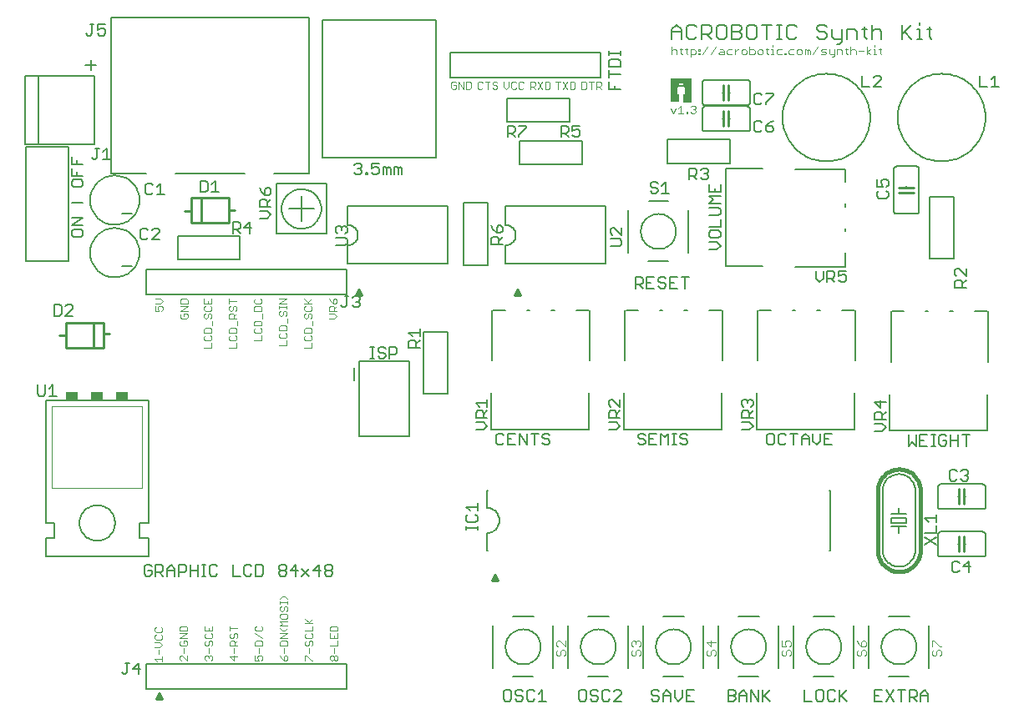
<source format=gto>
G75*
%MOIN*%
%OFA0B0*%
%FSLAX24Y24*%
%IPPOS*%
%LPD*%
%AMOC8*
5,1,8,0,0,1.08239X$1,22.5*
%
%ADD10C,0.0050*%
%ADD11C,0.0070*%
%ADD12C,0.0040*%
%ADD13C,0.0030*%
%ADD14C,0.0120*%
%ADD15C,0.0010*%
%ADD16C,0.0060*%
%ADD17C,0.0020*%
%ADD18R,0.0500X0.0350*%
%ADD19C,0.0080*%
%ADD20C,0.0160*%
%ADD21C,0.0100*%
D10*
X004096Y001556D02*
X004171Y001481D01*
X004246Y001481D01*
X004321Y001556D01*
X004321Y001931D01*
X004246Y001931D02*
X004396Y001931D01*
X004556Y001706D02*
X004856Y001706D01*
X004781Y001481D02*
X004781Y001931D01*
X004556Y001706D01*
X005075Y005400D02*
X005225Y005400D01*
X005300Y005475D01*
X005300Y005625D01*
X005150Y005625D01*
X005000Y005475D02*
X005075Y005400D01*
X005000Y005475D02*
X005000Y005775D01*
X005075Y005850D01*
X005225Y005850D01*
X005300Y005775D01*
X005460Y005850D02*
X005460Y005400D01*
X005460Y005550D02*
X005686Y005550D01*
X005761Y005625D01*
X005761Y005775D01*
X005686Y005850D01*
X005460Y005850D01*
X005611Y005550D02*
X005761Y005400D01*
X005921Y005400D02*
X005921Y005700D01*
X006071Y005850D01*
X006221Y005700D01*
X006221Y005400D01*
X006381Y005400D02*
X006381Y005850D01*
X006606Y005850D01*
X006681Y005775D01*
X006681Y005625D01*
X006606Y005550D01*
X006381Y005550D01*
X006221Y005625D02*
X005921Y005625D01*
X006842Y005625D02*
X007142Y005625D01*
X007142Y005850D02*
X007142Y005400D01*
X007302Y005400D02*
X007452Y005400D01*
X007377Y005400D02*
X007377Y005850D01*
X007302Y005850D02*
X007452Y005850D01*
X007609Y005775D02*
X007609Y005475D01*
X007684Y005400D01*
X007834Y005400D01*
X007909Y005475D01*
X007909Y005775D02*
X007834Y005850D01*
X007684Y005850D01*
X007609Y005775D01*
X006842Y005850D02*
X006842Y005400D01*
X008530Y005400D02*
X008830Y005400D01*
X008990Y005475D02*
X009065Y005400D01*
X009215Y005400D01*
X009290Y005475D01*
X009450Y005400D02*
X009676Y005400D01*
X009751Y005475D01*
X009751Y005775D01*
X009676Y005850D01*
X009450Y005850D01*
X009450Y005400D01*
X009290Y005775D02*
X009215Y005850D01*
X009065Y005850D01*
X008990Y005775D01*
X008990Y005475D01*
X008530Y005400D02*
X008530Y005850D01*
X010371Y005775D02*
X010371Y005700D01*
X010446Y005625D01*
X010596Y005625D01*
X010672Y005550D01*
X010672Y005475D01*
X010596Y005400D01*
X010446Y005400D01*
X010371Y005475D01*
X010371Y005550D01*
X010446Y005625D01*
X010596Y005625D02*
X010672Y005700D01*
X010672Y005775D01*
X010596Y005850D01*
X010446Y005850D01*
X010371Y005775D01*
X010832Y005625D02*
X011057Y005850D01*
X011057Y005400D01*
X011292Y005400D02*
X011592Y005700D01*
X011752Y005625D02*
X012053Y005625D01*
X012213Y005550D02*
X012288Y005625D01*
X012438Y005625D01*
X012513Y005550D01*
X012513Y005475D01*
X012438Y005400D01*
X012288Y005400D01*
X012213Y005475D01*
X012213Y005550D01*
X012288Y005625D02*
X012213Y005700D01*
X012213Y005775D01*
X012288Y005850D01*
X012438Y005850D01*
X012513Y005775D01*
X012513Y005700D01*
X012438Y005625D01*
X011978Y005400D02*
X011978Y005850D01*
X011752Y005625D01*
X011592Y005400D02*
X011292Y005700D01*
X011132Y005625D02*
X010832Y005625D01*
X017850Y007250D02*
X017850Y007400D01*
X017850Y007325D02*
X018300Y007325D01*
X018300Y007250D02*
X018300Y007400D01*
X018225Y007557D02*
X018300Y007632D01*
X018300Y007782D01*
X018225Y007857D01*
X018300Y008017D02*
X018300Y008318D01*
X018300Y008167D02*
X017850Y008167D01*
X018000Y008017D01*
X017925Y007857D02*
X017850Y007782D01*
X017850Y007632D01*
X017925Y007557D01*
X018225Y007557D01*
X019125Y010650D02*
X019275Y010650D01*
X019350Y010725D01*
X019510Y010650D02*
X019811Y010650D01*
X019971Y010650D02*
X019971Y011100D01*
X020271Y010650D01*
X020271Y011100D01*
X020431Y011100D02*
X020731Y011100D01*
X020581Y011100D02*
X020581Y010650D01*
X020892Y010725D02*
X020967Y010650D01*
X021117Y010650D01*
X021192Y010725D01*
X021192Y010800D01*
X021117Y010875D01*
X020967Y010875D01*
X020892Y010950D01*
X020892Y011025D01*
X020967Y011100D01*
X021117Y011100D01*
X021192Y011025D01*
X019811Y011100D02*
X019510Y011100D01*
X019510Y010650D01*
X019510Y010875D02*
X019661Y010875D01*
X019350Y011025D02*
X019275Y011100D01*
X019125Y011100D01*
X019050Y011025D01*
X019050Y010725D01*
X019125Y010650D01*
X018540Y011250D02*
X018691Y011400D01*
X018540Y011550D01*
X018240Y011550D01*
X018240Y011710D02*
X018240Y011936D01*
X018315Y012011D01*
X018465Y012011D01*
X018540Y011936D01*
X018540Y011710D01*
X018540Y011861D02*
X018691Y012011D01*
X018691Y012171D02*
X018691Y012471D01*
X018691Y012321D02*
X018240Y012321D01*
X018390Y012171D01*
X018240Y011710D02*
X018691Y011710D01*
X018540Y011250D02*
X018240Y011250D01*
X015090Y014325D02*
X015015Y014250D01*
X014790Y014250D01*
X014790Y014100D02*
X014790Y014550D01*
X015015Y014550D01*
X015090Y014475D01*
X015090Y014325D01*
X014629Y014250D02*
X014629Y014175D01*
X014554Y014100D01*
X014404Y014100D01*
X014329Y014175D01*
X014404Y014325D02*
X014554Y014325D01*
X014629Y014250D01*
X014629Y014475D02*
X014554Y014550D01*
X014404Y014550D01*
X014329Y014475D01*
X014329Y014400D01*
X014404Y014325D01*
X014172Y014100D02*
X014022Y014100D01*
X014097Y014100D02*
X014097Y014550D01*
X014022Y014550D02*
X014172Y014550D01*
X015550Y014529D02*
X015550Y014754D01*
X015625Y014829D01*
X015775Y014829D01*
X015850Y014754D01*
X015850Y014529D01*
X016000Y014529D02*
X015550Y014529D01*
X015850Y014679D02*
X016000Y014829D01*
X016000Y014990D02*
X016000Y015290D01*
X016000Y015140D02*
X015550Y015140D01*
X015700Y014990D01*
X013606Y016219D02*
X013531Y016144D01*
X013381Y016144D01*
X013306Y016219D01*
X013456Y016369D02*
X013531Y016369D01*
X013606Y016294D01*
X013606Y016219D01*
X013531Y016369D02*
X013606Y016444D01*
X013606Y016519D01*
X013531Y016594D01*
X013381Y016594D01*
X013306Y016519D01*
X013146Y016594D02*
X012996Y016594D01*
X013071Y016594D02*
X013071Y016219D01*
X012996Y016144D01*
X012921Y016144D01*
X012846Y016219D01*
X013025Y018629D02*
X013100Y018704D01*
X013100Y018854D01*
X013025Y018929D01*
X012650Y018929D01*
X012725Y019090D02*
X012650Y019165D01*
X012650Y019315D01*
X012725Y019390D01*
X012800Y019390D01*
X012875Y019315D01*
X012950Y019390D01*
X013025Y019390D01*
X013100Y019315D01*
X013100Y019165D01*
X013025Y019090D01*
X012875Y019240D02*
X012875Y019315D01*
X012275Y019075D02*
X010275Y019075D01*
X010275Y021075D01*
X012275Y021075D01*
X012275Y019075D01*
X012650Y018629D02*
X013025Y018629D01*
X011275Y019575D02*
X011275Y020075D01*
X010484Y020075D02*
X010486Y020131D01*
X010492Y020186D01*
X010502Y020241D01*
X010515Y020295D01*
X010533Y020348D01*
X010554Y020400D01*
X010579Y020450D01*
X010607Y020498D01*
X010638Y020544D01*
X010673Y020588D01*
X010711Y020629D01*
X010751Y020668D01*
X010794Y020703D01*
X010840Y020736D01*
X010888Y020765D01*
X010937Y020790D01*
X010988Y020812D01*
X011041Y020831D01*
X011095Y020845D01*
X011150Y020856D01*
X011205Y020863D01*
X011261Y020866D01*
X011317Y020865D01*
X011372Y020860D01*
X011428Y020851D01*
X011482Y020838D01*
X011535Y020822D01*
X011587Y020802D01*
X011638Y020778D01*
X011687Y020751D01*
X011733Y020720D01*
X011777Y020686D01*
X011819Y020649D01*
X011858Y020609D01*
X011895Y020567D01*
X011928Y020522D01*
X011958Y020475D01*
X011984Y020425D01*
X012007Y020374D01*
X012026Y020322D01*
X012042Y020268D01*
X012054Y020214D01*
X012062Y020159D01*
X012066Y020103D01*
X012066Y020047D01*
X012062Y019991D01*
X012054Y019936D01*
X012042Y019882D01*
X012026Y019828D01*
X012007Y019776D01*
X011984Y019725D01*
X011958Y019675D01*
X011928Y019628D01*
X011895Y019583D01*
X011858Y019541D01*
X011819Y019501D01*
X011777Y019464D01*
X011733Y019430D01*
X011687Y019399D01*
X011638Y019372D01*
X011587Y019348D01*
X011535Y019328D01*
X011482Y019312D01*
X011428Y019299D01*
X011372Y019290D01*
X011317Y019285D01*
X011261Y019284D01*
X011205Y019287D01*
X011150Y019294D01*
X011095Y019305D01*
X011041Y019319D01*
X010988Y019338D01*
X010937Y019360D01*
X010888Y019385D01*
X010840Y019414D01*
X010794Y019447D01*
X010751Y019482D01*
X010711Y019521D01*
X010673Y019562D01*
X010638Y019606D01*
X010607Y019652D01*
X010579Y019700D01*
X010554Y019750D01*
X010533Y019802D01*
X010515Y019855D01*
X010502Y019909D01*
X010492Y019964D01*
X010486Y020019D01*
X010484Y020075D01*
X010775Y020075D02*
X011275Y020075D01*
X011775Y020075D01*
X011275Y020075D02*
X011275Y020575D01*
X010050Y020461D02*
X009900Y020311D01*
X009900Y020386D02*
X009900Y020160D01*
X010050Y020160D02*
X009600Y020160D01*
X009600Y020386D01*
X009675Y020461D01*
X009825Y020461D01*
X009900Y020386D01*
X009825Y020621D02*
X009975Y020621D01*
X010050Y020696D01*
X010050Y020846D01*
X009975Y020921D01*
X009900Y020921D01*
X009825Y020846D01*
X009825Y020621D01*
X009675Y020771D01*
X009600Y020921D01*
X009600Y020000D02*
X009900Y020000D01*
X010050Y019850D01*
X009900Y019700D01*
X009600Y019700D01*
X009215Y019550D02*
X008990Y019325D01*
X009290Y019325D01*
X009215Y019100D02*
X009215Y019550D01*
X008829Y019475D02*
X008829Y019325D01*
X008754Y019250D01*
X008529Y019250D01*
X008529Y019100D02*
X008529Y019550D01*
X008754Y019550D01*
X008829Y019475D01*
X008679Y019250D02*
X008829Y019100D01*
X007990Y020750D02*
X007690Y020750D01*
X007840Y020750D02*
X007840Y021200D01*
X007690Y021050D01*
X007529Y021125D02*
X007454Y021200D01*
X007229Y021200D01*
X007229Y020750D01*
X007454Y020750D01*
X007529Y020825D01*
X007529Y021125D01*
X005811Y020650D02*
X005510Y020650D01*
X005661Y020650D02*
X005661Y021100D01*
X005510Y020950D01*
X005350Y021025D02*
X005275Y021100D01*
X005125Y021100D01*
X005050Y021025D01*
X005050Y020725D01*
X005125Y020650D01*
X005275Y020650D01*
X005350Y020725D01*
X003661Y022050D02*
X003360Y022050D01*
X003511Y022050D02*
X003511Y022500D01*
X003360Y022350D01*
X003200Y022500D02*
X003050Y022500D01*
X003125Y022500D02*
X003125Y022125D01*
X003050Y022050D01*
X002975Y022050D01*
X002900Y022125D01*
X002550Y021866D02*
X002100Y021866D01*
X002100Y022166D01*
X002325Y022016D02*
X002325Y021866D01*
X002100Y021706D02*
X002100Y021405D01*
X002550Y021405D01*
X002475Y021245D02*
X002175Y021245D01*
X002100Y021170D01*
X002100Y021020D01*
X002175Y020945D01*
X002475Y020945D01*
X002550Y021020D01*
X002550Y021170D01*
X002475Y021245D01*
X002325Y021405D02*
X002325Y021556D01*
X002100Y020331D02*
X002550Y020331D01*
X002550Y019711D02*
X002100Y019711D01*
X002100Y019410D02*
X002550Y019711D01*
X002550Y019410D02*
X002100Y019410D01*
X002175Y019250D02*
X002100Y019175D01*
X002100Y019025D01*
X002175Y018950D01*
X002475Y018950D01*
X002550Y019025D01*
X002550Y019175D01*
X002475Y019250D01*
X002175Y019250D01*
X004850Y019225D02*
X004850Y018925D01*
X004925Y018850D01*
X005075Y018850D01*
X005150Y018925D01*
X005310Y018850D02*
X005611Y019150D01*
X005611Y019225D01*
X005536Y019300D01*
X005385Y019300D01*
X005310Y019225D01*
X005150Y019225D02*
X005075Y019300D01*
X004925Y019300D01*
X004850Y019225D01*
X005310Y018850D02*
X005611Y018850D01*
X002161Y016175D02*
X002086Y016250D01*
X001935Y016250D01*
X001860Y016175D01*
X001700Y016175D02*
X001625Y016250D01*
X001400Y016250D01*
X001400Y015800D01*
X001625Y015800D01*
X001700Y015875D01*
X001700Y016175D01*
X001860Y015800D02*
X002161Y016100D01*
X002161Y016175D01*
X002161Y015800D02*
X001860Y015800D01*
X001361Y013050D02*
X001361Y012600D01*
X001511Y012600D02*
X001210Y012600D01*
X001050Y012675D02*
X001050Y013050D01*
X001210Y012900D02*
X001361Y013050D01*
X001050Y012675D02*
X000975Y012600D01*
X000825Y012600D01*
X000750Y012675D01*
X000750Y013050D01*
X013378Y021525D02*
X013453Y021450D01*
X013603Y021450D01*
X013678Y021525D01*
X013678Y021600D01*
X013603Y021675D01*
X013528Y021675D01*
X013603Y021675D02*
X013678Y021750D01*
X013678Y021825D01*
X013603Y021900D01*
X013453Y021900D01*
X013378Y021825D01*
X013839Y021525D02*
X013914Y021525D01*
X013914Y021450D01*
X013839Y021450D01*
X013839Y021525D01*
X014069Y021525D02*
X014144Y021450D01*
X014294Y021450D01*
X014369Y021525D01*
X014369Y021675D01*
X014294Y021750D01*
X014219Y021750D01*
X014069Y021675D01*
X014069Y021900D01*
X014369Y021900D01*
X014529Y021750D02*
X014604Y021750D01*
X014679Y021675D01*
X014754Y021750D01*
X014829Y021675D01*
X014829Y021450D01*
X014679Y021450D02*
X014679Y021675D01*
X014529Y021750D02*
X014529Y021450D01*
X014990Y021450D02*
X014990Y021750D01*
X015065Y021750D01*
X015140Y021675D01*
X015215Y021750D01*
X015290Y021675D01*
X015290Y021450D01*
X015140Y021450D02*
X015140Y021675D01*
X018850Y019411D02*
X018925Y019261D01*
X019075Y019110D01*
X019075Y019336D01*
X019150Y019411D01*
X019225Y019411D01*
X019300Y019336D01*
X019300Y019185D01*
X019225Y019110D01*
X019075Y019110D01*
X019075Y018950D02*
X019150Y018875D01*
X019150Y018650D01*
X019300Y018650D02*
X018850Y018650D01*
X018850Y018875D01*
X018925Y018950D01*
X019075Y018950D01*
X019150Y018800D02*
X019300Y018950D01*
X023600Y018879D02*
X023975Y018879D01*
X024050Y018804D01*
X024050Y018654D01*
X023975Y018579D01*
X023600Y018579D01*
X023675Y019040D02*
X023600Y019115D01*
X023600Y019265D01*
X023675Y019340D01*
X023750Y019340D01*
X024050Y019040D01*
X024050Y019340D01*
X025275Y020700D02*
X025200Y020775D01*
X025275Y020700D02*
X025425Y020700D01*
X025500Y020775D01*
X025500Y020850D01*
X025425Y020925D01*
X025275Y020925D01*
X025200Y021000D01*
X025200Y021075D01*
X025275Y021150D01*
X025425Y021150D01*
X025500Y021075D01*
X025660Y021000D02*
X025811Y021150D01*
X025811Y020700D01*
X025961Y020700D02*
X025660Y020700D01*
X026750Y021250D02*
X026750Y021700D01*
X026975Y021700D01*
X027050Y021625D01*
X027050Y021475D01*
X026975Y021400D01*
X026750Y021400D01*
X026900Y021400D02*
X027050Y021250D01*
X027210Y021325D02*
X027285Y021250D01*
X027436Y021250D01*
X027511Y021325D01*
X027511Y021400D01*
X027436Y021475D01*
X027361Y021475D01*
X027436Y021475D02*
X027511Y021550D01*
X027511Y021625D01*
X027436Y021700D01*
X027285Y021700D01*
X027210Y021625D01*
X027550Y021052D02*
X027550Y020752D01*
X028000Y020752D01*
X028000Y021052D01*
X027775Y020902D02*
X027775Y020752D01*
X027550Y020592D02*
X028000Y020592D01*
X028000Y020292D02*
X027550Y020292D01*
X027700Y020442D01*
X027550Y020592D01*
X027550Y020131D02*
X027925Y020131D01*
X028000Y020056D01*
X028000Y019906D01*
X027925Y019831D01*
X027550Y019831D01*
X028000Y019671D02*
X028000Y019371D01*
X027550Y019371D01*
X027625Y019211D02*
X027550Y019136D01*
X027550Y018985D01*
X027625Y018910D01*
X027925Y018910D01*
X028000Y018985D01*
X028000Y019136D01*
X027925Y019211D01*
X027625Y019211D01*
X027550Y018750D02*
X027850Y018750D01*
X028000Y018600D01*
X027850Y018450D01*
X027550Y018450D01*
X026742Y017350D02*
X026442Y017350D01*
X026592Y017350D02*
X026592Y016900D01*
X026281Y016900D02*
X025981Y016900D01*
X025981Y017350D01*
X026281Y017350D01*
X026131Y017125D02*
X025981Y017125D01*
X025821Y017050D02*
X025821Y016975D01*
X025746Y016900D01*
X025596Y016900D01*
X025521Y016975D01*
X025596Y017125D02*
X025746Y017125D01*
X025821Y017050D01*
X025821Y017275D02*
X025746Y017350D01*
X025596Y017350D01*
X025521Y017275D01*
X025521Y017200D01*
X025596Y017125D01*
X025361Y016900D02*
X025060Y016900D01*
X025060Y017350D01*
X025361Y017350D01*
X025211Y017125D02*
X025060Y017125D01*
X024900Y017125D02*
X024825Y017050D01*
X024600Y017050D01*
X024600Y016900D02*
X024600Y017350D01*
X024825Y017350D01*
X024900Y017275D01*
X024900Y017125D01*
X024750Y017050D02*
X024900Y016900D01*
X023994Y012471D02*
X023994Y012171D01*
X023693Y012471D01*
X023618Y012471D01*
X023543Y012396D01*
X023543Y012246D01*
X023618Y012171D01*
X023618Y012011D02*
X023769Y012011D01*
X023844Y011936D01*
X023844Y011710D01*
X023994Y011710D02*
X023543Y011710D01*
X023543Y011936D01*
X023618Y012011D01*
X023844Y011861D02*
X023994Y012011D01*
X023844Y011550D02*
X023543Y011550D01*
X023543Y011250D02*
X023844Y011250D01*
X023994Y011400D01*
X023844Y011550D01*
X024700Y011025D02*
X024700Y010950D01*
X024775Y010875D01*
X024925Y010875D01*
X025000Y010800D01*
X025000Y010725D01*
X024925Y010650D01*
X024775Y010650D01*
X024700Y010725D01*
X024700Y011025D02*
X024775Y011100D01*
X024925Y011100D01*
X025000Y011025D01*
X025160Y011100D02*
X025160Y010650D01*
X025461Y010650D01*
X025621Y010650D02*
X025621Y011100D01*
X025771Y010950D01*
X025921Y011100D01*
X025921Y010650D01*
X026081Y010650D02*
X026231Y010650D01*
X026156Y010650D02*
X026156Y011100D01*
X026081Y011100D02*
X026231Y011100D01*
X026388Y011025D02*
X026463Y011100D01*
X026613Y011100D01*
X026688Y011025D01*
X026613Y010875D02*
X026688Y010800D01*
X026688Y010725D01*
X026613Y010650D01*
X026463Y010650D01*
X026388Y010725D01*
X026463Y010875D02*
X026613Y010875D01*
X026463Y010875D02*
X026388Y010950D01*
X026388Y011025D01*
X025461Y011100D02*
X025160Y011100D01*
X025160Y010875D02*
X025311Y010875D01*
X028846Y011250D02*
X029147Y011250D01*
X029297Y011400D01*
X029147Y011550D01*
X028846Y011550D01*
X028846Y011710D02*
X028846Y011936D01*
X028922Y012011D01*
X029072Y012011D01*
X029147Y011936D01*
X029147Y011710D01*
X029297Y011710D02*
X028846Y011710D01*
X029147Y011861D02*
X029297Y012011D01*
X029222Y012171D02*
X029297Y012246D01*
X029297Y012396D01*
X029222Y012471D01*
X029147Y012471D01*
X029072Y012396D01*
X029072Y012321D01*
X029072Y012396D02*
X028997Y012471D01*
X028922Y012471D01*
X028846Y012396D01*
X028846Y012246D01*
X028922Y012171D01*
X029925Y011100D02*
X029850Y011025D01*
X029850Y010725D01*
X029925Y010650D01*
X030075Y010650D01*
X030150Y010725D01*
X030150Y011025D01*
X030075Y011100D01*
X029925Y011100D01*
X030310Y011025D02*
X030310Y010725D01*
X030385Y010650D01*
X030536Y010650D01*
X030611Y010725D01*
X030611Y011025D02*
X030536Y011100D01*
X030385Y011100D01*
X030310Y011025D01*
X030771Y011100D02*
X031071Y011100D01*
X030921Y011100D02*
X030921Y010650D01*
X031231Y010650D02*
X031231Y010950D01*
X031381Y011100D01*
X031531Y010950D01*
X031531Y010650D01*
X031692Y010800D02*
X031842Y010650D01*
X031992Y010800D01*
X031992Y011100D01*
X032152Y011100D02*
X032152Y010650D01*
X032452Y010650D01*
X032302Y010875D02*
X032152Y010875D01*
X032152Y011100D02*
X032452Y011100D01*
X031692Y011100D02*
X031692Y010800D01*
X031531Y010875D02*
X031231Y010875D01*
X034150Y011200D02*
X034450Y011200D01*
X034600Y011350D01*
X034450Y011500D01*
X034150Y011500D01*
X034150Y011660D02*
X034150Y011886D01*
X034225Y011961D01*
X034375Y011961D01*
X034450Y011886D01*
X034450Y011660D01*
X034600Y011660D02*
X034150Y011660D01*
X034450Y011811D02*
X034600Y011961D01*
X034375Y012121D02*
X034375Y012421D01*
X034600Y012346D02*
X034150Y012346D01*
X034375Y012121D01*
X035500Y011050D02*
X035500Y010600D01*
X035650Y010750D01*
X035800Y010600D01*
X035800Y011050D01*
X035960Y011050D02*
X035960Y010600D01*
X036261Y010600D01*
X036421Y010600D02*
X036571Y010600D01*
X036496Y010600D02*
X036496Y011050D01*
X036421Y011050D02*
X036571Y011050D01*
X036728Y010975D02*
X036728Y010675D01*
X036803Y010600D01*
X036953Y010600D01*
X037028Y010675D01*
X037028Y010825D01*
X036878Y010825D01*
X037028Y010975D02*
X036953Y011050D01*
X036803Y011050D01*
X036728Y010975D01*
X036261Y011050D02*
X035960Y011050D01*
X035960Y010825D02*
X036111Y010825D01*
X037188Y010825D02*
X037488Y010825D01*
X037488Y011050D02*
X037488Y010600D01*
X037188Y010600D02*
X037188Y011050D01*
X037648Y011050D02*
X037949Y011050D01*
X037799Y011050D02*
X037799Y010600D01*
X037815Y009650D02*
X037890Y009575D01*
X037890Y009500D01*
X037815Y009425D01*
X037890Y009350D01*
X037890Y009275D01*
X037815Y009200D01*
X037665Y009200D01*
X037590Y009275D01*
X037429Y009275D02*
X037354Y009200D01*
X037204Y009200D01*
X037129Y009275D01*
X037129Y009575D01*
X037204Y009650D01*
X037354Y009650D01*
X037429Y009575D01*
X037590Y009575D02*
X037665Y009650D01*
X037815Y009650D01*
X037815Y009425D02*
X037740Y009425D01*
X036600Y007871D02*
X036600Y007571D01*
X036600Y007721D02*
X036150Y007721D01*
X036300Y007571D01*
X036600Y007411D02*
X036600Y007110D01*
X036150Y007110D01*
X036150Y006950D02*
X036600Y006650D01*
X036600Y006950D02*
X036150Y006650D01*
X037229Y005925D02*
X037229Y005625D01*
X037304Y005550D01*
X037454Y005550D01*
X037529Y005625D01*
X037690Y005775D02*
X037915Y006000D01*
X037915Y005550D01*
X037990Y005775D02*
X037690Y005775D01*
X037529Y005925D02*
X037454Y006000D01*
X037304Y006000D01*
X037229Y005925D01*
X036142Y000850D02*
X036292Y000700D01*
X036292Y000400D01*
X036292Y000625D02*
X035992Y000625D01*
X035992Y000700D02*
X036142Y000850D01*
X035992Y000700D02*
X035992Y000400D01*
X035831Y000400D02*
X035681Y000550D01*
X035756Y000550D02*
X035531Y000550D01*
X035531Y000400D02*
X035531Y000850D01*
X035756Y000850D01*
X035831Y000775D01*
X035831Y000625D01*
X035756Y000550D01*
X035371Y000850D02*
X035071Y000850D01*
X035221Y000850D02*
X035221Y000400D01*
X034911Y000400D02*
X034610Y000850D01*
X034450Y000850D02*
X034150Y000850D01*
X034150Y000400D01*
X034450Y000400D01*
X034610Y000400D02*
X034911Y000850D01*
X034300Y000625D02*
X034150Y000625D01*
X033031Y000400D02*
X032806Y000625D01*
X032731Y000550D02*
X033031Y000850D01*
X032731Y000850D02*
X032731Y000400D01*
X032571Y000475D02*
X032496Y000400D01*
X032346Y000400D01*
X032271Y000475D01*
X032271Y000775D01*
X032346Y000850D01*
X032496Y000850D01*
X032571Y000775D01*
X032111Y000775D02*
X032111Y000475D01*
X032036Y000400D01*
X031885Y000400D01*
X031810Y000475D01*
X031810Y000775D01*
X031885Y000850D01*
X032036Y000850D01*
X032111Y000775D01*
X031650Y000400D02*
X031350Y000400D01*
X031350Y000850D01*
X029981Y000850D02*
X029681Y000550D01*
X029756Y000625D02*
X029981Y000400D01*
X029681Y000400D02*
X029681Y000850D01*
X029521Y000850D02*
X029521Y000400D01*
X029221Y000850D01*
X029221Y000400D01*
X029061Y000400D02*
X029061Y000700D01*
X028911Y000850D01*
X028760Y000700D01*
X028760Y000400D01*
X028600Y000475D02*
X028525Y000400D01*
X028300Y000400D01*
X028300Y000850D01*
X028525Y000850D01*
X028600Y000775D01*
X028600Y000700D01*
X028525Y000625D01*
X028300Y000625D01*
X028525Y000625D02*
X028600Y000550D01*
X028600Y000475D01*
X028760Y000625D02*
X029061Y000625D01*
X026931Y000400D02*
X026631Y000400D01*
X026631Y000850D01*
X026931Y000850D01*
X026781Y000625D02*
X026631Y000625D01*
X026471Y000550D02*
X026471Y000850D01*
X026471Y000550D02*
X026321Y000400D01*
X026171Y000550D01*
X026171Y000850D01*
X026011Y000700D02*
X026011Y000400D01*
X026011Y000625D02*
X025710Y000625D01*
X025710Y000700D02*
X025861Y000850D01*
X026011Y000700D01*
X025710Y000700D02*
X025710Y000400D01*
X025550Y000475D02*
X025475Y000400D01*
X025325Y000400D01*
X025250Y000475D01*
X025325Y000625D02*
X025250Y000700D01*
X025250Y000775D01*
X025325Y000850D01*
X025475Y000850D01*
X025550Y000775D01*
X025475Y000625D02*
X025550Y000550D01*
X025550Y000475D01*
X025475Y000625D02*
X025325Y000625D01*
X024031Y000700D02*
X023731Y000400D01*
X024031Y000400D01*
X024031Y000700D02*
X024031Y000775D01*
X023956Y000850D01*
X023806Y000850D01*
X023731Y000775D01*
X023571Y000775D02*
X023496Y000850D01*
X023346Y000850D01*
X023271Y000775D01*
X023271Y000475D01*
X023346Y000400D01*
X023496Y000400D01*
X023571Y000475D01*
X023111Y000475D02*
X023036Y000400D01*
X022885Y000400D01*
X022810Y000475D01*
X022650Y000475D02*
X022650Y000775D01*
X022575Y000850D01*
X022425Y000850D01*
X022350Y000775D01*
X022350Y000475D01*
X022425Y000400D01*
X022575Y000400D01*
X022650Y000475D01*
X022810Y000700D02*
X022885Y000625D01*
X023036Y000625D01*
X023111Y000550D01*
X023111Y000475D01*
X023111Y000775D02*
X023036Y000850D01*
X022885Y000850D01*
X022810Y000775D01*
X022810Y000700D01*
X021031Y000400D02*
X020731Y000400D01*
X020881Y000400D02*
X020881Y000850D01*
X020731Y000700D01*
X020571Y000775D02*
X020496Y000850D01*
X020346Y000850D01*
X020271Y000775D01*
X020271Y000475D01*
X020346Y000400D01*
X020496Y000400D01*
X020571Y000475D01*
X020111Y000475D02*
X020036Y000400D01*
X019885Y000400D01*
X019810Y000475D01*
X019650Y000475D02*
X019650Y000775D01*
X019575Y000850D01*
X019425Y000850D01*
X019350Y000775D01*
X019350Y000475D01*
X019425Y000400D01*
X019575Y000400D01*
X019650Y000475D01*
X019810Y000700D02*
X019885Y000625D01*
X020036Y000625D01*
X020111Y000550D01*
X020111Y000475D01*
X020111Y000775D02*
X020036Y000850D01*
X019885Y000850D01*
X019810Y000775D01*
X019810Y000700D01*
X031950Y017150D02*
X032100Y017300D01*
X032100Y017600D01*
X032260Y017600D02*
X032486Y017600D01*
X032561Y017525D01*
X032561Y017375D01*
X032486Y017300D01*
X032260Y017300D01*
X032260Y017150D02*
X032260Y017600D01*
X032411Y017300D02*
X032561Y017150D01*
X032721Y017225D02*
X032796Y017150D01*
X032946Y017150D01*
X033021Y017225D01*
X033021Y017375D01*
X032946Y017450D01*
X032871Y017450D01*
X032721Y017375D01*
X032721Y017600D01*
X033021Y017600D01*
X031950Y017150D02*
X031800Y017300D01*
X031800Y017600D01*
X034325Y020500D02*
X034625Y020500D01*
X034700Y020575D01*
X034700Y020725D01*
X034625Y020800D01*
X034625Y020960D02*
X034700Y021035D01*
X034700Y021186D01*
X034625Y021261D01*
X034475Y021261D01*
X034400Y021186D01*
X034400Y021111D01*
X034475Y020960D01*
X034250Y020960D01*
X034250Y021261D01*
X034325Y020800D02*
X034250Y020725D01*
X034250Y020575D01*
X034325Y020500D01*
X037350Y017615D02*
X037350Y017465D01*
X037425Y017390D01*
X037425Y017229D02*
X037575Y017229D01*
X037650Y017154D01*
X037650Y016929D01*
X037800Y016929D02*
X037350Y016929D01*
X037350Y017154D01*
X037425Y017229D01*
X037650Y017079D02*
X037800Y017229D01*
X037800Y017390D02*
X037500Y017690D01*
X037425Y017690D01*
X037350Y017615D01*
X037800Y017690D02*
X037800Y017390D01*
X030111Y023225D02*
X030111Y023300D01*
X030036Y023375D01*
X029810Y023375D01*
X029810Y023225D01*
X029885Y023150D01*
X030036Y023150D01*
X030111Y023225D01*
X029961Y023525D02*
X029810Y023375D01*
X029961Y023525D02*
X030111Y023600D01*
X029650Y023525D02*
X029575Y023600D01*
X029425Y023600D01*
X029350Y023525D01*
X029350Y023225D01*
X029425Y023150D01*
X029575Y023150D01*
X029650Y023225D01*
X029575Y024250D02*
X029650Y024325D01*
X029575Y024250D02*
X029425Y024250D01*
X029350Y024325D01*
X029350Y024625D01*
X029425Y024700D01*
X029575Y024700D01*
X029650Y024625D01*
X029810Y024700D02*
X030111Y024700D01*
X030111Y024625D01*
X029810Y024325D01*
X029810Y024250D01*
X033650Y024950D02*
X033950Y024950D01*
X034110Y024950D02*
X034411Y025250D01*
X034411Y025325D01*
X034336Y025400D01*
X034185Y025400D01*
X034110Y025325D01*
X034110Y024950D02*
X034411Y024950D01*
X033650Y024950D02*
X033650Y025400D01*
X038350Y025400D02*
X038350Y024950D01*
X038650Y024950D01*
X038810Y024950D02*
X039111Y024950D01*
X038961Y024950D02*
X038961Y025400D01*
X038810Y025250D01*
X024000Y025461D02*
X023550Y025461D01*
X023550Y025611D02*
X023550Y025310D01*
X023550Y025150D02*
X023550Y024850D01*
X024000Y024850D01*
X023775Y024850D02*
X023775Y025000D01*
X023550Y025771D02*
X024000Y025771D01*
X024000Y025996D01*
X023925Y026071D01*
X023625Y026071D01*
X023550Y025996D01*
X023550Y025771D01*
X023550Y026231D02*
X023550Y026381D01*
X023550Y026306D02*
X024000Y026306D01*
X024000Y026231D02*
X024000Y026381D01*
X022390Y023400D02*
X022090Y023400D01*
X022090Y023175D01*
X022240Y023250D01*
X022315Y023250D01*
X022390Y023175D01*
X022390Y023025D01*
X022315Y022950D01*
X022165Y022950D01*
X022090Y023025D01*
X021929Y022950D02*
X021779Y023100D01*
X021854Y023100D02*
X021629Y023100D01*
X021629Y022950D02*
X021629Y023400D01*
X021854Y023400D01*
X021929Y023325D01*
X021929Y023175D01*
X021854Y023100D01*
X020261Y023325D02*
X019960Y023025D01*
X019960Y022950D01*
X019800Y022950D02*
X019650Y023100D01*
X019725Y023100D02*
X019500Y023100D01*
X019500Y022950D02*
X019500Y023400D01*
X019725Y023400D01*
X019800Y023325D01*
X019800Y023175D01*
X019725Y023100D01*
X019960Y023400D02*
X020261Y023400D01*
X020261Y023325D01*
X003440Y027075D02*
X003365Y027000D01*
X003215Y027000D01*
X003140Y027075D01*
X003140Y027225D02*
X003290Y027300D01*
X003365Y027300D01*
X003440Y027225D01*
X003440Y027075D01*
X003140Y027225D02*
X003140Y027450D01*
X003440Y027450D01*
X002979Y027450D02*
X002829Y027450D01*
X002904Y027450D02*
X002904Y027075D01*
X002829Y027000D01*
X002754Y027000D01*
X002679Y027075D01*
D11*
X002870Y026035D02*
X002870Y025615D01*
X002660Y025825D02*
X003080Y025825D01*
X026060Y026860D02*
X026060Y027247D01*
X026253Y027440D01*
X026447Y027247D01*
X026447Y026860D01*
X026659Y026957D02*
X026659Y027344D01*
X026755Y027440D01*
X026949Y027440D01*
X027046Y027344D01*
X027257Y027440D02*
X027257Y026860D01*
X027257Y027053D02*
X027547Y027053D01*
X027644Y027150D01*
X027644Y027344D01*
X027547Y027440D01*
X027257Y027440D01*
X027451Y027053D02*
X027644Y026860D01*
X027856Y026957D02*
X027856Y027344D01*
X027952Y027440D01*
X028146Y027440D01*
X028243Y027344D01*
X028243Y026957D01*
X028146Y026860D01*
X027952Y026860D01*
X027856Y026957D01*
X028454Y026860D02*
X028454Y027440D01*
X028744Y027440D01*
X028841Y027344D01*
X028841Y027247D01*
X028744Y027150D01*
X028454Y027150D01*
X028454Y026860D02*
X028744Y026860D01*
X028841Y026957D01*
X028841Y027053D01*
X028744Y027150D01*
X029053Y026957D02*
X029149Y026860D01*
X029343Y026860D01*
X029440Y026957D01*
X029440Y027344D01*
X029343Y027440D01*
X029149Y027440D01*
X029053Y027344D01*
X029053Y026957D01*
X029651Y027440D02*
X030038Y027440D01*
X029845Y027440D02*
X029845Y026860D01*
X030250Y026860D02*
X030443Y026860D01*
X030346Y026860D02*
X030346Y027440D01*
X030250Y027440D02*
X030443Y027440D01*
X030649Y027344D02*
X030745Y027440D01*
X030939Y027440D01*
X031036Y027344D01*
X031036Y026957D02*
X030939Y026860D01*
X030745Y026860D01*
X030649Y026957D01*
X030649Y027344D01*
X031846Y027344D02*
X031846Y027247D01*
X031942Y027150D01*
X032136Y027150D01*
X032233Y027053D01*
X032233Y026957D01*
X032136Y026860D01*
X031942Y026860D01*
X031846Y026957D01*
X031846Y027344D02*
X031942Y027440D01*
X032136Y027440D01*
X032233Y027344D01*
X032444Y027247D02*
X032444Y026957D01*
X032541Y026860D01*
X032831Y026860D01*
X032831Y026763D02*
X032734Y026667D01*
X032638Y026667D01*
X032831Y026763D02*
X032831Y027247D01*
X033043Y027247D02*
X033333Y027247D01*
X033430Y027150D01*
X033430Y026860D01*
X033738Y026957D02*
X033738Y027344D01*
X033641Y027247D02*
X033835Y027247D01*
X034040Y027150D02*
X034137Y027247D01*
X034330Y027247D01*
X034427Y027150D01*
X034427Y026860D01*
X034040Y026860D02*
X034040Y027440D01*
X033738Y026957D02*
X033835Y026860D01*
X033043Y026860D02*
X033043Y027247D01*
X035237Y027053D02*
X035624Y027440D01*
X035836Y027247D02*
X035932Y027247D01*
X035932Y026860D01*
X035836Y026860D02*
X036029Y026860D01*
X036331Y026957D02*
X036428Y026860D01*
X036331Y026957D02*
X036331Y027344D01*
X036235Y027247D02*
X036428Y027247D01*
X035932Y027440D02*
X035932Y027537D01*
X035237Y027440D02*
X035237Y026860D01*
X035334Y027150D02*
X035624Y026860D01*
X027046Y026957D02*
X026949Y026860D01*
X026755Y026860D01*
X026659Y026957D01*
X026447Y027150D02*
X026060Y027150D01*
D12*
X026045Y026555D02*
X026045Y026245D01*
X026045Y026400D02*
X026097Y026452D01*
X026200Y026452D01*
X026252Y026400D01*
X026252Y026245D01*
X026419Y026297D02*
X026471Y026245D01*
X026419Y026297D02*
X026419Y026504D01*
X026367Y026452D02*
X026471Y026452D01*
X026582Y026452D02*
X026686Y026452D01*
X026634Y026504D02*
X026634Y026297D01*
X026686Y026245D01*
X026797Y026245D02*
X026952Y026245D01*
X027004Y026297D01*
X027004Y026400D01*
X026952Y026452D01*
X026797Y026452D01*
X026797Y026142D01*
X027119Y026245D02*
X027119Y026297D01*
X027171Y026297D01*
X027171Y026245D01*
X027119Y026245D01*
X027119Y026400D02*
X027119Y026452D01*
X027171Y026452D01*
X027171Y026400D01*
X027119Y026400D01*
X027280Y026245D02*
X027487Y026555D01*
X027810Y026555D02*
X027603Y026245D01*
X027925Y026297D02*
X027977Y026348D01*
X028132Y026348D01*
X028132Y026400D02*
X028132Y026245D01*
X027977Y026245D01*
X027925Y026297D01*
X027977Y026452D02*
X028080Y026452D01*
X028132Y026400D01*
X028247Y026400D02*
X028247Y026297D01*
X028299Y026245D01*
X028454Y026245D01*
X028569Y026245D02*
X028569Y026452D01*
X028569Y026348D02*
X028673Y026452D01*
X028725Y026452D01*
X028838Y026400D02*
X028838Y026297D01*
X028890Y026245D01*
X028993Y026245D01*
X029045Y026297D01*
X029045Y026400D01*
X028993Y026452D01*
X028890Y026452D01*
X028838Y026400D01*
X029160Y026452D02*
X029315Y026452D01*
X029367Y026400D01*
X029367Y026297D01*
X029315Y026245D01*
X029160Y026245D01*
X029160Y026555D01*
X029483Y026400D02*
X029483Y026297D01*
X029534Y026245D01*
X029638Y026245D01*
X029689Y026297D01*
X029689Y026400D01*
X029638Y026452D01*
X029534Y026452D01*
X029483Y026400D01*
X029805Y026452D02*
X029908Y026452D01*
X029857Y026504D02*
X029857Y026297D01*
X029908Y026245D01*
X030020Y026245D02*
X030123Y026245D01*
X030071Y026245D02*
X030071Y026452D01*
X030020Y026452D01*
X030071Y026555D02*
X030071Y026607D01*
X030235Y026400D02*
X030235Y026297D01*
X030286Y026245D01*
X030441Y026245D01*
X030557Y026245D02*
X030609Y026245D01*
X030609Y026297D01*
X030557Y026297D01*
X030557Y026245D01*
X030718Y026297D02*
X030770Y026245D01*
X030925Y026245D01*
X031040Y026297D02*
X031092Y026245D01*
X031195Y026245D01*
X031247Y026297D01*
X031247Y026400D01*
X031195Y026452D01*
X031092Y026452D01*
X031040Y026400D01*
X031040Y026297D01*
X030925Y026452D02*
X030770Y026452D01*
X030718Y026400D01*
X030718Y026297D01*
X030441Y026452D02*
X030286Y026452D01*
X030235Y026400D01*
X031363Y026452D02*
X031414Y026452D01*
X031466Y026400D01*
X031518Y026452D01*
X031569Y026400D01*
X031569Y026245D01*
X031466Y026245D02*
X031466Y026400D01*
X031363Y026452D02*
X031363Y026245D01*
X031685Y026245D02*
X031892Y026555D01*
X032007Y026400D02*
X032059Y026452D01*
X032214Y026452D01*
X032329Y026452D02*
X032329Y026297D01*
X032381Y026245D01*
X032536Y026245D01*
X032536Y026193D02*
X032536Y026452D01*
X032652Y026452D02*
X032807Y026452D01*
X032858Y026400D01*
X032858Y026245D01*
X033026Y026297D02*
X033077Y026245D01*
X033026Y026297D02*
X033026Y026504D01*
X033077Y026452D02*
X032974Y026452D01*
X033189Y026400D02*
X033240Y026452D01*
X033344Y026452D01*
X033396Y026400D01*
X033396Y026245D01*
X033511Y026400D02*
X033718Y026400D01*
X033833Y026348D02*
X033988Y026452D01*
X034102Y026452D02*
X034154Y026452D01*
X034154Y026245D01*
X034205Y026245D02*
X034102Y026245D01*
X033988Y026245D02*
X033833Y026348D01*
X033833Y026245D02*
X033833Y026555D01*
X034154Y026555D02*
X034154Y026607D01*
X034317Y026452D02*
X034420Y026452D01*
X034368Y026504D02*
X034368Y026297D01*
X034420Y026245D01*
X033189Y026245D02*
X033189Y026555D01*
X032652Y026452D02*
X032652Y026245D01*
X032536Y026193D02*
X032484Y026142D01*
X032433Y026142D01*
X032214Y026297D02*
X032162Y026348D01*
X032059Y026348D01*
X032007Y026400D01*
X032007Y026245D02*
X032162Y026245D01*
X032214Y026297D01*
X028454Y026452D02*
X028299Y026452D01*
X028247Y026400D01*
X026956Y024205D02*
X026852Y024205D01*
X026801Y024154D01*
X026904Y024050D02*
X026956Y024050D01*
X027008Y023998D01*
X027008Y023947D01*
X026956Y023895D01*
X026852Y023895D01*
X026801Y023947D01*
X026691Y023947D02*
X026691Y023895D01*
X026640Y023895D01*
X026640Y023947D01*
X026691Y023947D01*
X026524Y023895D02*
X026317Y023895D01*
X026421Y023895D02*
X026421Y024205D01*
X026317Y024102D01*
X026202Y024102D02*
X026098Y023895D01*
X025995Y024102D01*
X026956Y024050D02*
X027008Y024102D01*
X027008Y024154D01*
X026956Y024205D01*
X027625Y002817D02*
X027625Y002577D01*
X027445Y002757D01*
X027805Y002757D01*
X027745Y002449D02*
X027805Y002389D01*
X027805Y002268D01*
X027745Y002208D01*
X027625Y002268D02*
X027625Y002389D01*
X027685Y002449D01*
X027745Y002449D01*
X027625Y002268D02*
X027565Y002208D01*
X027505Y002208D01*
X027445Y002268D01*
X027445Y002389D01*
X027505Y002449D01*
X024805Y002389D02*
X024805Y002268D01*
X024745Y002208D01*
X024625Y002268D02*
X024625Y002389D01*
X024685Y002449D01*
X024745Y002449D01*
X024805Y002389D01*
X024745Y002577D02*
X024805Y002637D01*
X024805Y002757D01*
X024745Y002817D01*
X024685Y002817D01*
X024625Y002757D01*
X024625Y002697D01*
X024625Y002757D02*
X024565Y002817D01*
X024505Y002817D01*
X024445Y002757D01*
X024445Y002637D01*
X024505Y002577D01*
X024505Y002449D02*
X024445Y002389D01*
X024445Y002268D01*
X024505Y002208D01*
X024565Y002208D01*
X024625Y002268D01*
X021805Y002268D02*
X021745Y002208D01*
X021805Y002268D02*
X021805Y002389D01*
X021745Y002449D01*
X021685Y002449D01*
X021625Y002389D01*
X021625Y002268D01*
X021565Y002208D01*
X021505Y002208D01*
X021445Y002268D01*
X021445Y002389D01*
X021505Y002449D01*
X021505Y002577D02*
X021445Y002637D01*
X021445Y002757D01*
X021505Y002817D01*
X021565Y002817D01*
X021805Y002577D01*
X021805Y002817D01*
X030445Y002817D02*
X030445Y002577D01*
X030625Y002577D01*
X030565Y002697D01*
X030565Y002757D01*
X030625Y002817D01*
X030745Y002817D01*
X030805Y002757D01*
X030805Y002637D01*
X030745Y002577D01*
X030745Y002449D02*
X030805Y002389D01*
X030805Y002268D01*
X030745Y002208D01*
X030625Y002268D02*
X030625Y002389D01*
X030685Y002449D01*
X030745Y002449D01*
X030625Y002268D02*
X030565Y002208D01*
X030505Y002208D01*
X030445Y002268D01*
X030445Y002389D01*
X030505Y002449D01*
X033445Y002389D02*
X033445Y002268D01*
X033505Y002208D01*
X033565Y002208D01*
X033625Y002268D01*
X033625Y002389D01*
X033685Y002449D01*
X033745Y002449D01*
X033805Y002389D01*
X033805Y002268D01*
X033745Y002208D01*
X033505Y002449D02*
X033445Y002389D01*
X033625Y002577D02*
X033505Y002697D01*
X033445Y002817D01*
X033625Y002757D02*
X033625Y002577D01*
X033745Y002577D01*
X033805Y002637D01*
X033805Y002757D01*
X033745Y002817D01*
X033685Y002817D01*
X033625Y002757D01*
X036445Y002817D02*
X036445Y002577D01*
X036505Y002449D02*
X036445Y002389D01*
X036445Y002268D01*
X036505Y002208D01*
X036565Y002208D01*
X036625Y002268D01*
X036625Y002389D01*
X036685Y002449D01*
X036745Y002449D01*
X036805Y002389D01*
X036805Y002268D01*
X036745Y002208D01*
X036745Y002577D02*
X036805Y002577D01*
X036745Y002577D02*
X036505Y002817D01*
X036445Y002817D01*
D13*
X012710Y002623D02*
X012710Y002817D01*
X012710Y002918D02*
X012420Y002918D01*
X012420Y003111D01*
X012420Y003212D02*
X012420Y003357D01*
X012468Y003406D01*
X012662Y003406D01*
X012710Y003357D01*
X012710Y003212D01*
X012420Y003212D01*
X012565Y003014D02*
X012565Y002918D01*
X012710Y002918D02*
X012710Y003111D01*
X012710Y002623D02*
X012420Y002623D01*
X012565Y002522D02*
X012565Y002328D01*
X012613Y002227D02*
X012662Y002227D01*
X012710Y002179D01*
X012710Y002082D01*
X012662Y002034D01*
X012613Y002034D01*
X012565Y002082D01*
X012565Y002179D01*
X012613Y002227D01*
X012565Y002179D02*
X012517Y002227D01*
X012468Y002227D01*
X012420Y002179D01*
X012420Y002082D01*
X012468Y002034D01*
X012517Y002034D01*
X012565Y002082D01*
X011710Y002034D02*
X011662Y002034D01*
X011468Y002227D01*
X011420Y002227D01*
X011420Y002034D01*
X011565Y002328D02*
X011565Y002522D01*
X011517Y002623D02*
X011565Y002671D01*
X011565Y002768D01*
X011613Y002817D01*
X011662Y002817D01*
X011710Y002768D01*
X011710Y002671D01*
X011662Y002623D01*
X011517Y002623D02*
X011468Y002623D01*
X011420Y002671D01*
X011420Y002768D01*
X011468Y002817D01*
X011468Y002918D02*
X011420Y002966D01*
X011420Y003063D01*
X011468Y003111D01*
X011420Y003212D02*
X011710Y003212D01*
X011710Y003406D01*
X011710Y003507D02*
X011420Y003507D01*
X011565Y003555D02*
X011710Y003700D01*
X011613Y003507D02*
X011420Y003700D01*
X010710Y003752D02*
X010710Y003849D01*
X010662Y003897D01*
X010468Y003897D01*
X010420Y003849D01*
X010420Y003752D01*
X010468Y003703D01*
X010662Y003703D01*
X010710Y003752D01*
X010710Y003602D02*
X010420Y003602D01*
X010517Y003505D01*
X010420Y003409D01*
X010710Y003409D01*
X010710Y003309D02*
X010613Y003212D01*
X010517Y003212D01*
X010420Y003309D01*
X010420Y003111D02*
X010710Y003111D01*
X010420Y002918D01*
X010710Y002918D01*
X010662Y002817D02*
X010468Y002817D01*
X010420Y002768D01*
X010420Y002623D01*
X010710Y002623D01*
X010710Y002768D01*
X010662Y002817D01*
X010565Y002522D02*
X010565Y002328D01*
X010613Y002227D02*
X010565Y002179D01*
X010565Y002034D01*
X010662Y002034D01*
X010710Y002082D01*
X010710Y002179D01*
X010662Y002227D01*
X010613Y002227D01*
X010468Y002130D02*
X010565Y002034D01*
X010468Y002130D02*
X010420Y002227D01*
X009710Y002179D02*
X009710Y002082D01*
X009662Y002034D01*
X009565Y002034D02*
X009517Y002130D01*
X009517Y002179D01*
X009565Y002227D01*
X009662Y002227D01*
X009710Y002179D01*
X009565Y002034D02*
X009420Y002034D01*
X009420Y002227D01*
X009565Y002328D02*
X009565Y002522D01*
X009420Y002623D02*
X009710Y002623D01*
X009710Y002768D01*
X009662Y002817D01*
X009468Y002817D01*
X009420Y002768D01*
X009420Y002623D01*
X009710Y002918D02*
X009420Y003111D01*
X009468Y003212D02*
X009662Y003212D01*
X009710Y003261D01*
X009710Y003357D01*
X009662Y003406D01*
X009468Y003406D02*
X009420Y003357D01*
X009420Y003261D01*
X009468Y003212D01*
X008710Y003309D02*
X008420Y003309D01*
X008420Y003212D02*
X008420Y003406D01*
X008468Y003111D02*
X008420Y003063D01*
X008420Y002966D01*
X008468Y002918D01*
X008517Y002918D01*
X008565Y002966D01*
X008565Y003063D01*
X008613Y003111D01*
X008662Y003111D01*
X008710Y003063D01*
X008710Y002966D01*
X008662Y002918D01*
X008710Y002817D02*
X008613Y002720D01*
X008613Y002768D02*
X008613Y002623D01*
X008710Y002623D02*
X008420Y002623D01*
X008420Y002768D01*
X008468Y002817D01*
X008565Y002817D01*
X008613Y002768D01*
X008565Y002522D02*
X008565Y002328D01*
X008565Y002227D02*
X008565Y002034D01*
X008420Y002179D01*
X008710Y002179D01*
X007710Y002179D02*
X007710Y002082D01*
X007662Y002034D01*
X007565Y002130D02*
X007565Y002179D01*
X007613Y002227D01*
X007662Y002227D01*
X007710Y002179D01*
X007565Y002179D02*
X007517Y002227D01*
X007468Y002227D01*
X007420Y002179D01*
X007420Y002082D01*
X007468Y002034D01*
X007565Y002328D02*
X007565Y002522D01*
X007517Y002623D02*
X007468Y002623D01*
X007420Y002671D01*
X007420Y002768D01*
X007468Y002817D01*
X007468Y002918D02*
X007662Y002918D01*
X007710Y002966D01*
X007710Y003063D01*
X007662Y003111D01*
X007710Y003212D02*
X007420Y003212D01*
X007420Y003406D01*
X007565Y003309D02*
X007565Y003212D01*
X007468Y003111D02*
X007420Y003063D01*
X007420Y002966D01*
X007468Y002918D01*
X007613Y002817D02*
X007662Y002817D01*
X007710Y002768D01*
X007710Y002671D01*
X007662Y002623D01*
X007565Y002671D02*
X007565Y002768D01*
X007613Y002817D01*
X007565Y002671D02*
X007517Y002623D01*
X007710Y003212D02*
X007710Y003406D01*
X006710Y003357D02*
X006662Y003406D01*
X006468Y003406D01*
X006420Y003357D01*
X006420Y003212D01*
X006710Y003212D01*
X006710Y003357D01*
X006710Y003111D02*
X006420Y003111D01*
X006420Y002918D02*
X006710Y003111D01*
X006710Y002918D02*
X006420Y002918D01*
X006468Y002817D02*
X006420Y002768D01*
X006420Y002671D01*
X006468Y002623D01*
X006662Y002623D01*
X006710Y002671D01*
X006710Y002768D01*
X006662Y002817D01*
X006565Y002817D01*
X006565Y002720D01*
X006565Y002522D02*
X006565Y002328D01*
X006517Y002227D02*
X006468Y002227D01*
X006420Y002179D01*
X006420Y002082D01*
X006468Y002034D01*
X006517Y002227D02*
X006710Y002034D01*
X006710Y002227D01*
X005710Y002177D02*
X005710Y001984D01*
X005710Y002080D02*
X005420Y002080D01*
X005517Y001984D01*
X005565Y002278D02*
X005565Y002472D01*
X005613Y002573D02*
X005710Y002670D01*
X005613Y002767D01*
X005420Y002767D01*
X005468Y002868D02*
X005662Y002868D01*
X005710Y002916D01*
X005710Y003013D01*
X005662Y003061D01*
X005662Y003162D02*
X005710Y003211D01*
X005710Y003307D01*
X005662Y003356D01*
X005662Y003162D02*
X005468Y003162D01*
X005420Y003211D01*
X005420Y003307D01*
X005468Y003356D01*
X005468Y003061D02*
X005420Y003013D01*
X005420Y002916D01*
X005468Y002868D01*
X005420Y002573D02*
X005613Y002573D01*
X010420Y004046D02*
X010468Y003998D01*
X010517Y003998D01*
X010565Y004046D01*
X010565Y004143D01*
X010613Y004192D01*
X010662Y004192D01*
X010710Y004143D01*
X010710Y004046D01*
X010662Y003998D01*
X010420Y004046D02*
X010420Y004143D01*
X010468Y004192D01*
X010420Y004293D02*
X010420Y004389D01*
X010420Y004341D02*
X010710Y004341D01*
X010710Y004293D02*
X010710Y004389D01*
X010710Y004489D02*
X010613Y004586D01*
X010517Y004586D01*
X010420Y004489D01*
X011662Y003111D02*
X011710Y003063D01*
X011710Y002966D01*
X011662Y002918D01*
X011468Y002918D01*
X011390Y014527D02*
X011680Y014527D01*
X011680Y014721D01*
X011632Y014822D02*
X011680Y014870D01*
X011680Y014967D01*
X011632Y015016D01*
X011680Y015117D02*
X011680Y015262D01*
X011632Y015310D01*
X011438Y015310D01*
X011390Y015262D01*
X011390Y015117D01*
X011680Y015117D01*
X011438Y015016D02*
X011390Y014967D01*
X011390Y014870D01*
X011438Y014822D01*
X011632Y014822D01*
X011728Y015411D02*
X011728Y015605D01*
X011632Y015706D02*
X011680Y015754D01*
X011680Y015851D01*
X011632Y015900D01*
X011583Y015900D01*
X011535Y015851D01*
X011535Y015754D01*
X011487Y015706D01*
X011438Y015706D01*
X011390Y015754D01*
X011390Y015851D01*
X011438Y015900D01*
X011438Y016001D02*
X011632Y016001D01*
X011680Y016049D01*
X011680Y016146D01*
X011632Y016194D01*
X011680Y016295D02*
X011390Y016295D01*
X011438Y016194D02*
X011390Y016146D01*
X011390Y016049D01*
X011438Y016001D01*
X011583Y016295D02*
X011390Y016489D01*
X011535Y016344D02*
X011680Y016489D01*
X012390Y016489D02*
X012438Y016392D01*
X012535Y016295D01*
X012535Y016440D01*
X012583Y016489D01*
X012632Y016489D01*
X012680Y016440D01*
X012680Y016344D01*
X012632Y016295D01*
X012535Y016295D01*
X012535Y016194D02*
X012583Y016146D01*
X012583Y016001D01*
X012583Y016097D02*
X012680Y016194D01*
X012535Y016194D02*
X012438Y016194D01*
X012390Y016146D01*
X012390Y016001D01*
X012680Y016001D01*
X012583Y015900D02*
X012680Y015803D01*
X012583Y015706D01*
X012390Y015706D01*
X012390Y015900D02*
X012583Y015900D01*
X010728Y015703D02*
X010728Y015510D01*
X010632Y015408D02*
X010438Y015408D01*
X010390Y015360D01*
X010390Y015215D01*
X010680Y015215D01*
X010680Y015360D01*
X010632Y015408D01*
X010632Y015114D02*
X010680Y015065D01*
X010680Y014969D01*
X010632Y014920D01*
X010438Y014920D01*
X010390Y014969D01*
X010390Y015065D01*
X010438Y015114D01*
X010680Y014819D02*
X010680Y014626D01*
X010390Y014626D01*
X009680Y014822D02*
X009680Y015016D01*
X009632Y015117D02*
X009680Y015165D01*
X009680Y015262D01*
X009632Y015310D01*
X009680Y015411D02*
X009680Y015557D01*
X009632Y015605D01*
X009438Y015605D01*
X009390Y015557D01*
X009390Y015411D01*
X009680Y015411D01*
X009438Y015310D02*
X009390Y015262D01*
X009390Y015165D01*
X009438Y015117D01*
X009632Y015117D01*
X009680Y014822D02*
X009390Y014822D01*
X008680Y014870D02*
X008632Y014822D01*
X008438Y014822D01*
X008390Y014870D01*
X008390Y014967D01*
X008438Y015016D01*
X008390Y015117D02*
X008390Y015262D01*
X008438Y015310D01*
X008632Y015310D01*
X008680Y015262D01*
X008680Y015117D01*
X008390Y015117D01*
X008632Y015016D02*
X008680Y014967D01*
X008680Y014870D01*
X008680Y014721D02*
X008680Y014527D01*
X008390Y014527D01*
X007680Y014527D02*
X007680Y014721D01*
X007632Y014822D02*
X007680Y014870D01*
X007680Y014967D01*
X007632Y015016D01*
X007680Y015117D02*
X007680Y015262D01*
X007632Y015310D01*
X007438Y015310D01*
X007390Y015262D01*
X007390Y015117D01*
X007680Y015117D01*
X007438Y015016D02*
X007390Y014967D01*
X007390Y014870D01*
X007438Y014822D01*
X007632Y014822D01*
X007680Y014527D02*
X007390Y014527D01*
X007728Y015411D02*
X007728Y015605D01*
X007632Y015706D02*
X007680Y015754D01*
X007680Y015851D01*
X007632Y015900D01*
X007583Y015900D01*
X007535Y015851D01*
X007535Y015754D01*
X007487Y015706D01*
X007438Y015706D01*
X007390Y015754D01*
X007390Y015851D01*
X007438Y015900D01*
X007438Y016001D02*
X007632Y016001D01*
X007680Y016049D01*
X007680Y016146D01*
X007632Y016194D01*
X007680Y016295D02*
X007680Y016489D01*
X007535Y016392D02*
X007535Y016295D01*
X007438Y016194D02*
X007390Y016146D01*
X007390Y016049D01*
X007438Y016001D01*
X007390Y016295D02*
X007680Y016295D01*
X007390Y016295D02*
X007390Y016489D01*
X006730Y016440D02*
X006730Y016295D01*
X006440Y016295D01*
X006440Y016440D01*
X006488Y016489D01*
X006682Y016489D01*
X006730Y016440D01*
X006730Y016194D02*
X006440Y016194D01*
X006440Y016001D02*
X006730Y016194D01*
X006730Y016001D02*
X006440Y016001D01*
X006488Y015900D02*
X006440Y015851D01*
X006440Y015754D01*
X006488Y015706D01*
X006682Y015706D01*
X006730Y015754D01*
X006730Y015851D01*
X006682Y015900D01*
X006585Y015900D01*
X006585Y015803D01*
X005730Y016049D02*
X005682Y016001D01*
X005730Y016049D02*
X005730Y016146D01*
X005682Y016194D01*
X005585Y016194D01*
X005537Y016146D01*
X005537Y016097D01*
X005585Y016001D01*
X005440Y016001D01*
X005440Y016194D01*
X005440Y016295D02*
X005633Y016295D01*
X005730Y016392D01*
X005633Y016489D01*
X005440Y016489D01*
X008390Y016489D02*
X008390Y016295D01*
X008390Y016392D02*
X008680Y016392D01*
X008632Y016194D02*
X008680Y016146D01*
X008680Y016049D01*
X008632Y016001D01*
X008535Y016049D02*
X008487Y016001D01*
X008438Y016001D01*
X008390Y016049D01*
X008390Y016146D01*
X008438Y016194D01*
X008535Y016146D02*
X008583Y016194D01*
X008632Y016194D01*
X008535Y016146D02*
X008535Y016049D01*
X008535Y015900D02*
X008583Y015851D01*
X008583Y015706D01*
X008583Y015803D02*
X008680Y015900D01*
X008535Y015900D02*
X008438Y015900D01*
X008390Y015851D01*
X008390Y015706D01*
X008680Y015706D01*
X008728Y015605D02*
X008728Y015411D01*
X009390Y016001D02*
X009390Y016146D01*
X009438Y016194D01*
X009632Y016194D01*
X009680Y016146D01*
X009680Y016001D01*
X009390Y016001D01*
X009438Y016295D02*
X009632Y016295D01*
X009680Y016344D01*
X009680Y016440D01*
X009632Y016489D01*
X009438Y016489D02*
X009390Y016440D01*
X009390Y016344D01*
X009438Y016295D01*
X009728Y015900D02*
X009728Y015706D01*
X010390Y015853D02*
X010438Y015804D01*
X010487Y015804D01*
X010535Y015853D01*
X010535Y015949D01*
X010583Y015998D01*
X010632Y015998D01*
X010680Y015949D01*
X010680Y015853D01*
X010632Y015804D01*
X010390Y015853D02*
X010390Y015949D01*
X010438Y015998D01*
X010390Y016099D02*
X010390Y016196D01*
X010390Y016147D02*
X010680Y016147D01*
X010680Y016099D02*
X010680Y016196D01*
X010680Y016295D02*
X010390Y016295D01*
X010680Y016489D01*
X010390Y016489D01*
X017304Y024870D02*
X017401Y024870D01*
X017450Y024918D01*
X017450Y025015D01*
X017353Y025015D01*
X017450Y025112D02*
X017401Y025160D01*
X017304Y025160D01*
X017256Y025112D01*
X017256Y024918D01*
X017304Y024870D01*
X017551Y024870D02*
X017551Y025160D01*
X017744Y024870D01*
X017744Y025160D01*
X017845Y025160D02*
X017845Y024870D01*
X017990Y024870D01*
X018039Y024918D01*
X018039Y025112D01*
X017990Y025160D01*
X017845Y025160D01*
X018306Y025112D02*
X018306Y024918D01*
X018354Y024870D01*
X018451Y024870D01*
X018500Y024918D01*
X018500Y025112D02*
X018451Y025160D01*
X018354Y025160D01*
X018306Y025112D01*
X018601Y025160D02*
X018794Y025160D01*
X018697Y025160D02*
X018697Y024870D01*
X018895Y024918D02*
X018944Y024870D01*
X019040Y024870D01*
X019089Y024918D01*
X019089Y024967D01*
X019040Y025015D01*
X018944Y025015D01*
X018895Y025063D01*
X018895Y025112D01*
X018944Y025160D01*
X019040Y025160D01*
X019089Y025112D01*
X019356Y025160D02*
X019356Y024967D01*
X019453Y024870D01*
X019550Y024967D01*
X019550Y025160D01*
X019651Y025112D02*
X019651Y024918D01*
X019699Y024870D01*
X019796Y024870D01*
X019844Y024918D01*
X019945Y024918D02*
X019994Y024870D01*
X020090Y024870D01*
X020139Y024918D01*
X019945Y024918D02*
X019945Y025112D01*
X019994Y025160D01*
X020090Y025160D01*
X020139Y025112D01*
X020406Y025160D02*
X020406Y024870D01*
X020406Y024967D02*
X020551Y024967D01*
X020600Y025015D01*
X020600Y025112D01*
X020551Y025160D01*
X020406Y025160D01*
X020503Y024967D02*
X020600Y024870D01*
X020701Y024870D02*
X020894Y025160D01*
X020995Y025160D02*
X020995Y024870D01*
X021140Y024870D01*
X021189Y024918D01*
X021189Y025112D01*
X021140Y025160D01*
X020995Y025160D01*
X020701Y025160D02*
X020894Y024870D01*
X021406Y025160D02*
X021600Y025160D01*
X021503Y025160D02*
X021503Y024870D01*
X021701Y024870D02*
X021894Y025160D01*
X021995Y025160D02*
X022140Y025160D01*
X022189Y025112D01*
X022189Y024918D01*
X022140Y024870D01*
X021995Y024870D01*
X021995Y025160D01*
X021701Y025160D02*
X021894Y024870D01*
X022456Y024870D02*
X022456Y025160D01*
X022601Y025160D01*
X022650Y025112D01*
X022650Y024918D01*
X022601Y024870D01*
X022456Y024870D01*
X022847Y024870D02*
X022847Y025160D01*
X022751Y025160D02*
X022944Y025160D01*
X023045Y025160D02*
X023190Y025160D01*
X023239Y025112D01*
X023239Y025015D01*
X023190Y024967D01*
X023045Y024967D01*
X023045Y024870D02*
X023045Y025160D01*
X023142Y024967D02*
X023239Y024870D01*
X019844Y025112D02*
X019796Y025160D01*
X019699Y025160D01*
X019651Y025112D01*
D14*
X019925Y016825D02*
X020025Y016625D01*
X019825Y016625D01*
X019925Y016825D01*
X013675Y016625D02*
X013475Y016625D01*
X013575Y016825D01*
X013675Y016625D01*
X019025Y005425D02*
X019125Y005225D01*
X018925Y005225D01*
X019025Y005425D01*
X005695Y000495D02*
X005495Y000495D01*
X005595Y000695D01*
X005695Y000495D01*
D15*
X026025Y024375D02*
X026025Y025303D01*
X026801Y025303D01*
X026801Y024373D01*
X026527Y024373D01*
X026527Y024647D01*
X026577Y024671D01*
X026577Y024955D01*
X026529Y024995D01*
X026499Y024995D01*
X026499Y025113D01*
X026477Y025135D01*
X026351Y025135D01*
X026323Y025109D01*
X026323Y025017D01*
X026301Y025017D01*
X026301Y024995D01*
X026323Y024995D01*
X026497Y024995D01*
X026497Y025011D01*
X026297Y025011D01*
X026297Y024993D01*
X026249Y024953D01*
X026249Y024671D01*
X026299Y024645D01*
X026299Y024375D01*
X026025Y024375D01*
X026025Y024383D02*
X026299Y024383D01*
X026299Y024391D02*
X026025Y024391D01*
X026025Y024400D02*
X026299Y024400D01*
X026299Y024408D02*
X026025Y024408D01*
X026025Y024417D02*
X026299Y024417D01*
X026299Y024425D02*
X026025Y024425D01*
X026025Y024434D02*
X026299Y024434D01*
X026299Y024442D02*
X026025Y024442D01*
X026025Y024451D02*
X026299Y024451D01*
X026299Y024459D02*
X026025Y024459D01*
X026025Y024468D02*
X026299Y024468D01*
X026299Y024476D02*
X026025Y024476D01*
X026025Y024485D02*
X026299Y024485D01*
X026299Y024493D02*
X026025Y024493D01*
X026025Y024502D02*
X026299Y024502D01*
X026299Y024510D02*
X026025Y024510D01*
X026025Y024519D02*
X026299Y024519D01*
X026299Y024527D02*
X026025Y024527D01*
X026025Y024536D02*
X026299Y024536D01*
X026299Y024544D02*
X026025Y024544D01*
X026025Y024553D02*
X026299Y024553D01*
X026299Y024561D02*
X026025Y024561D01*
X026025Y024570D02*
X026299Y024570D01*
X026299Y024578D02*
X026025Y024578D01*
X026025Y024587D02*
X026299Y024587D01*
X026299Y024595D02*
X026025Y024595D01*
X026025Y024604D02*
X026299Y024604D01*
X026299Y024612D02*
X026025Y024612D01*
X026025Y024621D02*
X026299Y024621D01*
X026299Y024629D02*
X026025Y024629D01*
X026025Y024638D02*
X026299Y024638D01*
X026297Y024646D02*
X026025Y024646D01*
X026025Y024655D02*
X026280Y024655D01*
X026264Y024663D02*
X026025Y024663D01*
X026025Y024672D02*
X026249Y024672D01*
X026249Y024680D02*
X026025Y024680D01*
X026025Y024689D02*
X026249Y024689D01*
X026249Y024697D02*
X026025Y024697D01*
X026025Y024706D02*
X026249Y024706D01*
X026249Y024714D02*
X026025Y024714D01*
X026025Y024723D02*
X026249Y024723D01*
X026249Y024731D02*
X026025Y024731D01*
X026025Y024740D02*
X026249Y024740D01*
X026249Y024748D02*
X026025Y024748D01*
X026025Y024757D02*
X026249Y024757D01*
X026249Y024765D02*
X026025Y024765D01*
X026025Y024774D02*
X026249Y024774D01*
X026249Y024782D02*
X026025Y024782D01*
X026025Y024791D02*
X026249Y024791D01*
X026249Y024799D02*
X026025Y024799D01*
X026025Y024808D02*
X026249Y024808D01*
X026249Y024816D02*
X026025Y024816D01*
X026025Y024825D02*
X026249Y024825D01*
X026249Y024833D02*
X026025Y024833D01*
X026025Y024842D02*
X026249Y024842D01*
X026249Y024850D02*
X026025Y024850D01*
X026025Y024859D02*
X026249Y024859D01*
X026249Y024867D02*
X026025Y024867D01*
X026025Y024876D02*
X026249Y024876D01*
X026249Y024884D02*
X026025Y024884D01*
X026025Y024893D02*
X026249Y024893D01*
X026249Y024901D02*
X026025Y024901D01*
X026025Y024910D02*
X026249Y024910D01*
X026249Y024918D02*
X026025Y024918D01*
X026025Y024927D02*
X026249Y024927D01*
X026249Y024935D02*
X026025Y024935D01*
X026025Y024944D02*
X026249Y024944D01*
X026249Y024952D02*
X026025Y024952D01*
X026025Y024961D02*
X026258Y024961D01*
X026268Y024969D02*
X026025Y024969D01*
X026025Y024978D02*
X026279Y024978D01*
X026289Y024986D02*
X026025Y024986D01*
X026025Y024995D02*
X026297Y024995D01*
X026297Y025003D02*
X026025Y025003D01*
X026025Y025012D02*
X026301Y025012D01*
X026301Y025003D02*
X026497Y025003D01*
X026499Y025003D02*
X026801Y025003D01*
X026801Y024995D02*
X026529Y024995D01*
X026540Y024986D02*
X026801Y024986D01*
X026801Y024978D02*
X026550Y024978D01*
X026560Y024969D02*
X026801Y024969D01*
X026801Y024961D02*
X026570Y024961D01*
X026577Y024952D02*
X026801Y024952D01*
X026801Y024944D02*
X026577Y024944D01*
X026577Y024935D02*
X026801Y024935D01*
X026801Y024927D02*
X026577Y024927D01*
X026577Y024918D02*
X026801Y024918D01*
X026801Y024910D02*
X026577Y024910D01*
X026577Y024901D02*
X026801Y024901D01*
X026801Y024893D02*
X026577Y024893D01*
X026577Y024884D02*
X026801Y024884D01*
X026801Y024876D02*
X026577Y024876D01*
X026577Y024867D02*
X026801Y024867D01*
X026801Y024859D02*
X026577Y024859D01*
X026577Y024850D02*
X026801Y024850D01*
X026801Y024842D02*
X026577Y024842D01*
X026577Y024833D02*
X026801Y024833D01*
X026801Y024825D02*
X026577Y024825D01*
X026577Y024816D02*
X026801Y024816D01*
X026801Y024808D02*
X026577Y024808D01*
X026577Y024799D02*
X026801Y024799D01*
X026801Y024791D02*
X026577Y024791D01*
X026577Y024782D02*
X026801Y024782D01*
X026801Y024774D02*
X026577Y024774D01*
X026577Y024765D02*
X026801Y024765D01*
X026801Y024757D02*
X026577Y024757D01*
X026577Y024748D02*
X026801Y024748D01*
X026801Y024740D02*
X026577Y024740D01*
X026577Y024731D02*
X026801Y024731D01*
X026801Y024723D02*
X026577Y024723D01*
X026577Y024714D02*
X026801Y024714D01*
X026801Y024706D02*
X026577Y024706D01*
X026577Y024697D02*
X026801Y024697D01*
X026801Y024689D02*
X026577Y024689D01*
X026577Y024680D02*
X026801Y024680D01*
X026801Y024672D02*
X026577Y024672D01*
X026561Y024663D02*
X026801Y024663D01*
X026801Y024655D02*
X026543Y024655D01*
X026527Y024646D02*
X026801Y024646D01*
X026801Y024638D02*
X026527Y024638D01*
X026527Y024629D02*
X026801Y024629D01*
X026801Y024621D02*
X026527Y024621D01*
X026527Y024612D02*
X026801Y024612D01*
X026801Y024604D02*
X026527Y024604D01*
X026527Y024595D02*
X026801Y024595D01*
X026801Y024587D02*
X026527Y024587D01*
X026527Y024578D02*
X026801Y024578D01*
X026801Y024570D02*
X026527Y024570D01*
X026527Y024561D02*
X026801Y024561D01*
X026801Y024553D02*
X026527Y024553D01*
X026527Y024544D02*
X026801Y024544D01*
X026801Y024536D02*
X026527Y024536D01*
X026527Y024527D02*
X026801Y024527D01*
X026801Y024519D02*
X026527Y024519D01*
X026527Y024510D02*
X026801Y024510D01*
X026801Y024502D02*
X026527Y024502D01*
X026527Y024493D02*
X026801Y024493D01*
X026801Y024485D02*
X026527Y024485D01*
X026527Y024476D02*
X026801Y024476D01*
X026801Y024468D02*
X026527Y024468D01*
X026527Y024459D02*
X026801Y024459D01*
X026801Y024451D02*
X026527Y024451D01*
X026527Y024442D02*
X026801Y024442D01*
X026801Y024434D02*
X026527Y024434D01*
X026527Y024425D02*
X026801Y024425D01*
X026801Y024417D02*
X026527Y024417D01*
X026527Y024408D02*
X026801Y024408D01*
X026801Y024400D02*
X026527Y024400D01*
X026527Y024391D02*
X026801Y024391D01*
X026801Y024383D02*
X026527Y024383D01*
X026527Y024374D02*
X026801Y024374D01*
X026801Y025012D02*
X026499Y025012D01*
X026499Y025020D02*
X026801Y025020D01*
X026801Y025029D02*
X026499Y025029D01*
X026499Y025037D02*
X026801Y025037D01*
X026801Y025046D02*
X026499Y025046D01*
X026499Y025054D02*
X026801Y025054D01*
X026801Y025063D02*
X026499Y025063D01*
X026499Y025071D02*
X026801Y025071D01*
X026801Y025080D02*
X026499Y025080D01*
X026499Y025088D02*
X026801Y025088D01*
X026801Y025097D02*
X026499Y025097D01*
X026499Y025105D02*
X026801Y025105D01*
X026801Y025114D02*
X026498Y025114D01*
X026490Y025122D02*
X026801Y025122D01*
X026801Y025131D02*
X026481Y025131D01*
X026346Y025131D02*
X026025Y025131D01*
X026025Y025139D02*
X026801Y025139D01*
X026801Y025148D02*
X026025Y025148D01*
X026025Y025156D02*
X026801Y025156D01*
X026801Y025165D02*
X026025Y025165D01*
X026025Y025173D02*
X026801Y025173D01*
X026801Y025182D02*
X026025Y025182D01*
X026025Y025190D02*
X026801Y025190D01*
X026801Y025199D02*
X026025Y025199D01*
X026025Y025207D02*
X026801Y025207D01*
X026801Y025216D02*
X026025Y025216D01*
X026025Y025224D02*
X026801Y025224D01*
X026801Y025233D02*
X026025Y025233D01*
X026025Y025241D02*
X026801Y025241D01*
X026801Y025250D02*
X026025Y025250D01*
X026025Y025258D02*
X026801Y025258D01*
X026801Y025267D02*
X026025Y025267D01*
X026025Y025275D02*
X026801Y025275D01*
X026801Y025284D02*
X026025Y025284D01*
X026025Y025292D02*
X026801Y025292D01*
X026801Y025301D02*
X026025Y025301D01*
X026025Y025122D02*
X026337Y025122D01*
X026328Y025114D02*
X026025Y025114D01*
X026025Y025105D02*
X026323Y025105D01*
X026323Y025097D02*
X026025Y025097D01*
X026025Y025088D02*
X026323Y025088D01*
X026323Y025080D02*
X026025Y025080D01*
X026025Y025071D02*
X026323Y025071D01*
X026323Y025063D02*
X026025Y025063D01*
X026025Y025054D02*
X026323Y025054D01*
X026323Y025046D02*
X026025Y025046D01*
X026025Y025037D02*
X026323Y025037D01*
X026323Y025029D02*
X026025Y025029D01*
X026025Y025020D02*
X026323Y025020D01*
D16*
X028075Y024725D02*
X028125Y024725D01*
X028325Y024725D02*
X028375Y024725D01*
X028375Y023675D02*
X028325Y023675D01*
X028125Y023675D02*
X028075Y023675D01*
X023425Y020175D02*
X023425Y017875D01*
X019425Y017875D01*
X019425Y018625D01*
X019464Y018627D01*
X019503Y018633D01*
X019541Y018642D01*
X019578Y018655D01*
X019614Y018672D01*
X019647Y018692D01*
X019679Y018716D01*
X019708Y018742D01*
X019734Y018771D01*
X019758Y018803D01*
X019778Y018836D01*
X019795Y018872D01*
X019808Y018909D01*
X019817Y018947D01*
X019823Y018986D01*
X019825Y019025D01*
X019823Y019064D01*
X019817Y019103D01*
X019808Y019141D01*
X019795Y019178D01*
X019778Y019214D01*
X019758Y019247D01*
X019734Y019279D01*
X019708Y019308D01*
X019679Y019334D01*
X019647Y019358D01*
X019614Y019378D01*
X019578Y019395D01*
X019541Y019408D01*
X019503Y019417D01*
X019464Y019423D01*
X019425Y019425D01*
X019425Y020175D01*
X023425Y020175D01*
X017125Y020175D02*
X017125Y017875D01*
X013125Y017875D01*
X013125Y018625D01*
X013164Y018627D01*
X013203Y018633D01*
X013241Y018642D01*
X013278Y018655D01*
X013314Y018672D01*
X013347Y018692D01*
X013379Y018716D01*
X013408Y018742D01*
X013434Y018771D01*
X013458Y018803D01*
X013478Y018836D01*
X013495Y018872D01*
X013508Y018909D01*
X013517Y018947D01*
X013523Y018986D01*
X013525Y019025D01*
X013523Y019064D01*
X013517Y019103D01*
X013508Y019141D01*
X013495Y019178D01*
X013478Y019214D01*
X013458Y019247D01*
X013434Y019279D01*
X013408Y019308D01*
X013379Y019334D01*
X013347Y019358D01*
X013314Y019378D01*
X013278Y019395D01*
X013241Y019408D01*
X013203Y019417D01*
X013164Y019423D01*
X013125Y019425D01*
X013125Y020175D01*
X017125Y020175D01*
X016639Y022122D02*
X016639Y027634D01*
X012111Y027634D01*
X012111Y022122D01*
X016639Y022122D01*
X011562Y021505D02*
X010184Y021505D01*
X009003Y021505D02*
X006247Y021505D01*
X005066Y021505D02*
X003688Y021505D01*
X003688Y027725D01*
X011562Y027725D01*
X011562Y021505D01*
X005175Y012425D02*
X001075Y012425D01*
X001075Y007525D01*
X001425Y007525D01*
X001425Y006925D01*
X001075Y006925D01*
X001075Y006175D01*
X005175Y006175D01*
X005175Y006925D01*
X004825Y006925D01*
X004825Y007525D01*
X005175Y007525D01*
X005175Y012425D01*
X002415Y007525D02*
X002417Y007578D01*
X002423Y007631D01*
X002433Y007683D01*
X002447Y007734D01*
X002464Y007784D01*
X002485Y007833D01*
X002510Y007880D01*
X002538Y007925D01*
X002570Y007968D01*
X002605Y008008D01*
X002642Y008045D01*
X002682Y008080D01*
X002725Y008112D01*
X002770Y008140D01*
X002817Y008165D01*
X002866Y008186D01*
X002916Y008203D01*
X002967Y008217D01*
X003019Y008227D01*
X003072Y008233D01*
X003125Y008235D01*
X003178Y008233D01*
X003231Y008227D01*
X003283Y008217D01*
X003334Y008203D01*
X003384Y008186D01*
X003433Y008165D01*
X003480Y008140D01*
X003525Y008112D01*
X003568Y008080D01*
X003608Y008045D01*
X003645Y008008D01*
X003680Y007968D01*
X003712Y007925D01*
X003740Y007880D01*
X003765Y007833D01*
X003786Y007784D01*
X003803Y007734D01*
X003817Y007683D01*
X003827Y007631D01*
X003833Y007578D01*
X003835Y007525D01*
X003833Y007472D01*
X003827Y007419D01*
X003817Y007367D01*
X003803Y007316D01*
X003786Y007266D01*
X003765Y007217D01*
X003740Y007170D01*
X003712Y007125D01*
X003680Y007082D01*
X003645Y007042D01*
X003608Y007005D01*
X003568Y006970D01*
X003525Y006938D01*
X003480Y006910D01*
X003433Y006885D01*
X003384Y006864D01*
X003334Y006847D01*
X003283Y006833D01*
X003231Y006823D01*
X003178Y006817D01*
X003125Y006815D01*
X003072Y006817D01*
X003019Y006823D01*
X002967Y006833D01*
X002916Y006847D01*
X002866Y006864D01*
X002817Y006885D01*
X002770Y006910D01*
X002725Y006938D01*
X002682Y006970D01*
X002642Y007005D01*
X002605Y007042D01*
X002570Y007082D01*
X002538Y007125D01*
X002510Y007170D01*
X002485Y007217D01*
X002464Y007266D01*
X002447Y007316D01*
X002433Y007367D01*
X002423Y007419D01*
X002417Y007472D01*
X002415Y007525D01*
X034475Y006425D02*
X034475Y008825D01*
X034477Y008875D01*
X034483Y008924D01*
X034492Y008973D01*
X034505Y009021D01*
X034522Y009068D01*
X034542Y009113D01*
X034566Y009157D01*
X034593Y009199D01*
X034624Y009239D01*
X034657Y009276D01*
X034693Y009310D01*
X034731Y009342D01*
X034772Y009371D01*
X034814Y009396D01*
X034859Y009418D01*
X034905Y009437D01*
X034953Y009452D01*
X035001Y009463D01*
X035050Y009471D01*
X035100Y009475D01*
X035150Y009475D01*
X035200Y009471D01*
X035249Y009463D01*
X035297Y009452D01*
X035345Y009437D01*
X035391Y009418D01*
X035436Y009396D01*
X035478Y009371D01*
X035519Y009342D01*
X035557Y009310D01*
X035593Y009276D01*
X035626Y009239D01*
X035657Y009199D01*
X035684Y009157D01*
X035708Y009113D01*
X035728Y009068D01*
X035745Y009021D01*
X035758Y008973D01*
X035767Y008924D01*
X035773Y008875D01*
X035775Y008825D01*
X035775Y006425D01*
X035773Y006375D01*
X035767Y006326D01*
X035758Y006277D01*
X035745Y006229D01*
X035728Y006182D01*
X035708Y006137D01*
X035684Y006093D01*
X035657Y006051D01*
X035626Y006011D01*
X035593Y005974D01*
X035557Y005940D01*
X035519Y005908D01*
X035478Y005879D01*
X035436Y005854D01*
X035391Y005832D01*
X035345Y005813D01*
X035297Y005798D01*
X035249Y005787D01*
X035200Y005779D01*
X035150Y005775D01*
X035100Y005775D01*
X035050Y005779D01*
X035001Y005787D01*
X034953Y005798D01*
X034905Y005813D01*
X034859Y005832D01*
X034814Y005854D01*
X034772Y005879D01*
X034731Y005908D01*
X034693Y005940D01*
X034657Y005974D01*
X034624Y006011D01*
X034593Y006051D01*
X034566Y006093D01*
X034542Y006137D01*
X034522Y006182D01*
X034505Y006229D01*
X034492Y006277D01*
X034483Y006326D01*
X034477Y006375D01*
X034475Y006425D01*
X035125Y007125D02*
X035125Y007375D01*
X035425Y007375D01*
X035425Y007525D02*
X034825Y007525D01*
X034825Y007725D01*
X035425Y007725D01*
X035425Y007525D01*
X035125Y007375D02*
X034825Y007375D01*
X034825Y007875D02*
X035125Y007875D01*
X035125Y008125D01*
X035125Y007875D02*
X035425Y007875D01*
X037475Y008575D02*
X037525Y008575D01*
X037725Y008575D02*
X037775Y008575D01*
X037775Y006675D02*
X037725Y006675D01*
X037525Y006675D02*
X037475Y006675D01*
X035425Y020675D02*
X035425Y020725D01*
X035425Y020925D02*
X035425Y020975D01*
D17*
X004925Y012175D02*
X004925Y008925D01*
X001325Y008925D01*
X001325Y012175D01*
X004925Y012175D01*
D18*
X004125Y012600D03*
X003125Y012600D03*
X002125Y012600D03*
D19*
X005083Y016654D02*
X013083Y016654D01*
X013083Y017654D01*
X005083Y017654D01*
X005083Y016654D01*
X004525Y017775D02*
X004125Y017775D01*
X002841Y018325D02*
X002843Y018387D01*
X002849Y018450D01*
X002859Y018511D01*
X002873Y018572D01*
X002890Y018632D01*
X002911Y018691D01*
X002937Y018748D01*
X002965Y018803D01*
X002997Y018857D01*
X003033Y018908D01*
X003071Y018958D01*
X003113Y019004D01*
X003157Y019048D01*
X003205Y019089D01*
X003254Y019127D01*
X003306Y019161D01*
X003360Y019192D01*
X003416Y019220D01*
X003474Y019244D01*
X003533Y019265D01*
X003593Y019281D01*
X003654Y019294D01*
X003716Y019303D01*
X003778Y019308D01*
X003841Y019309D01*
X003903Y019306D01*
X003965Y019299D01*
X004027Y019288D01*
X004087Y019273D01*
X004147Y019255D01*
X004205Y019233D01*
X004262Y019207D01*
X004317Y019177D01*
X004370Y019144D01*
X004421Y019108D01*
X004469Y019069D01*
X004515Y019026D01*
X004558Y018981D01*
X004598Y018933D01*
X004635Y018883D01*
X004669Y018830D01*
X004700Y018776D01*
X004726Y018720D01*
X004750Y018662D01*
X004769Y018602D01*
X004785Y018542D01*
X004797Y018480D01*
X004805Y018419D01*
X004809Y018356D01*
X004809Y018294D01*
X004805Y018231D01*
X004797Y018170D01*
X004785Y018108D01*
X004769Y018048D01*
X004750Y017988D01*
X004726Y017930D01*
X004700Y017874D01*
X004669Y017820D01*
X004635Y017767D01*
X004598Y017717D01*
X004558Y017669D01*
X004515Y017624D01*
X004469Y017581D01*
X004421Y017542D01*
X004370Y017506D01*
X004317Y017473D01*
X004262Y017443D01*
X004205Y017417D01*
X004147Y017395D01*
X004087Y017377D01*
X004027Y017362D01*
X003965Y017351D01*
X003903Y017344D01*
X003841Y017341D01*
X003778Y017342D01*
X003716Y017347D01*
X003654Y017356D01*
X003593Y017369D01*
X003533Y017385D01*
X003474Y017406D01*
X003416Y017430D01*
X003360Y017458D01*
X003306Y017489D01*
X003254Y017523D01*
X003205Y017561D01*
X003157Y017602D01*
X003113Y017646D01*
X003071Y017692D01*
X003033Y017742D01*
X002997Y017793D01*
X002965Y017847D01*
X002937Y017902D01*
X002911Y017959D01*
X002890Y018018D01*
X002873Y018078D01*
X002859Y018139D01*
X002849Y018200D01*
X002843Y018263D01*
X002841Y018325D01*
X001981Y017986D02*
X001981Y022564D01*
X000269Y022564D01*
X000269Y017986D01*
X001981Y017986D01*
X004125Y019875D02*
X004525Y019875D01*
X002841Y020425D02*
X002843Y020487D01*
X002849Y020550D01*
X002859Y020611D01*
X002873Y020672D01*
X002890Y020732D01*
X002911Y020791D01*
X002937Y020848D01*
X002965Y020903D01*
X002997Y020957D01*
X003033Y021008D01*
X003071Y021058D01*
X003113Y021104D01*
X003157Y021148D01*
X003205Y021189D01*
X003254Y021227D01*
X003306Y021261D01*
X003360Y021292D01*
X003416Y021320D01*
X003474Y021344D01*
X003533Y021365D01*
X003593Y021381D01*
X003654Y021394D01*
X003716Y021403D01*
X003778Y021408D01*
X003841Y021409D01*
X003903Y021406D01*
X003965Y021399D01*
X004027Y021388D01*
X004087Y021373D01*
X004147Y021355D01*
X004205Y021333D01*
X004262Y021307D01*
X004317Y021277D01*
X004370Y021244D01*
X004421Y021208D01*
X004469Y021169D01*
X004515Y021126D01*
X004558Y021081D01*
X004598Y021033D01*
X004635Y020983D01*
X004669Y020930D01*
X004700Y020876D01*
X004726Y020820D01*
X004750Y020762D01*
X004769Y020702D01*
X004785Y020642D01*
X004797Y020580D01*
X004805Y020519D01*
X004809Y020456D01*
X004809Y020394D01*
X004805Y020331D01*
X004797Y020270D01*
X004785Y020208D01*
X004769Y020148D01*
X004750Y020088D01*
X004726Y020030D01*
X004700Y019974D01*
X004669Y019920D01*
X004635Y019867D01*
X004598Y019817D01*
X004558Y019769D01*
X004515Y019724D01*
X004469Y019681D01*
X004421Y019642D01*
X004370Y019606D01*
X004317Y019573D01*
X004262Y019543D01*
X004205Y019517D01*
X004147Y019495D01*
X004087Y019477D01*
X004027Y019462D01*
X003965Y019451D01*
X003903Y019444D01*
X003841Y019441D01*
X003778Y019442D01*
X003716Y019447D01*
X003654Y019456D01*
X003593Y019469D01*
X003533Y019485D01*
X003474Y019506D01*
X003416Y019530D01*
X003360Y019558D01*
X003306Y019589D01*
X003254Y019623D01*
X003205Y019661D01*
X003157Y019702D01*
X003113Y019746D01*
X003071Y019792D01*
X003033Y019842D01*
X002997Y019893D01*
X002965Y019947D01*
X002937Y020002D01*
X002911Y020059D01*
X002890Y020118D01*
X002873Y020178D01*
X002859Y020239D01*
X002849Y020300D01*
X002843Y020363D01*
X002841Y020425D01*
X003014Y022647D02*
X000793Y022647D01*
X000793Y025403D01*
X000258Y025403D01*
X000258Y022647D01*
X000793Y022647D01*
X003014Y022647D02*
X003014Y025403D01*
X000793Y025403D01*
X006335Y018997D02*
X008815Y018997D01*
X008815Y018053D01*
X006335Y018053D01*
X006335Y018997D01*
X013375Y013725D02*
X013375Y013225D01*
X013575Y013975D02*
X015575Y013975D01*
X015575Y010975D01*
X013575Y010975D01*
X013575Y013975D01*
X016153Y015165D02*
X016153Y012685D01*
X017097Y012685D01*
X017097Y015165D01*
X016153Y015165D01*
X018886Y016027D02*
X018886Y014019D01*
X018847Y012719D02*
X018847Y011263D01*
X022745Y011263D01*
X022745Y012719D01*
X024150Y012719D02*
X024150Y011263D01*
X028048Y011263D01*
X028048Y012719D01*
X029453Y012719D02*
X029453Y011263D01*
X033351Y011263D01*
X033351Y012719D01*
X034756Y012669D02*
X034756Y011213D01*
X038654Y011213D01*
X038654Y012669D01*
X038694Y013969D02*
X038694Y015977D01*
X038654Y015977D02*
X038142Y015977D01*
X037276Y015977D02*
X037158Y015977D01*
X036292Y015977D02*
X036174Y015977D01*
X035308Y015977D02*
X034835Y015977D01*
X034796Y015977D02*
X034796Y013969D01*
X033390Y014019D02*
X033390Y016027D01*
X033351Y016027D02*
X032839Y016027D01*
X031973Y016027D02*
X031855Y016027D01*
X030989Y016027D02*
X030871Y016027D01*
X030005Y016027D02*
X029532Y016027D01*
X029493Y016027D02*
X029493Y014019D01*
X028087Y014019D02*
X028087Y016027D01*
X028048Y016027D02*
X027536Y016027D01*
X026670Y016027D02*
X026552Y016027D01*
X025686Y016027D02*
X025568Y016027D01*
X024701Y016027D02*
X024229Y016027D01*
X024190Y016027D02*
X024190Y014019D01*
X022784Y014019D02*
X022784Y016027D01*
X022745Y016027D02*
X022233Y016027D01*
X021367Y016027D02*
X021249Y016027D01*
X020382Y016027D02*
X020264Y016027D01*
X019398Y016027D02*
X018926Y016027D01*
X018697Y017835D02*
X017753Y017835D01*
X017753Y020315D01*
X018697Y020315D01*
X018697Y017835D01*
X019985Y021853D02*
X022465Y021853D01*
X022465Y022797D01*
X019985Y022797D01*
X019985Y021853D01*
X019485Y023553D02*
X021965Y023553D01*
X021965Y024497D01*
X019485Y024497D01*
X019485Y023553D01*
X017225Y025325D02*
X023225Y025325D01*
X023225Y026325D01*
X017225Y026325D01*
X017225Y025325D01*
X024325Y020025D02*
X024325Y018325D01*
X025120Y017975D02*
X025925Y017975D01*
X026725Y018325D02*
X026725Y020025D01*
X025925Y020375D02*
X025132Y020375D01*
X024825Y019175D02*
X024827Y019227D01*
X024833Y019279D01*
X024843Y019331D01*
X024856Y019381D01*
X024873Y019431D01*
X024894Y019479D01*
X024919Y019525D01*
X024947Y019569D01*
X024978Y019611D01*
X025012Y019651D01*
X025049Y019688D01*
X025089Y019722D01*
X025131Y019753D01*
X025175Y019781D01*
X025221Y019806D01*
X025269Y019827D01*
X025319Y019844D01*
X025369Y019857D01*
X025421Y019867D01*
X025473Y019873D01*
X025525Y019875D01*
X025577Y019873D01*
X025629Y019867D01*
X025681Y019857D01*
X025731Y019844D01*
X025781Y019827D01*
X025829Y019806D01*
X025875Y019781D01*
X025919Y019753D01*
X025961Y019722D01*
X026001Y019688D01*
X026038Y019651D01*
X026072Y019611D01*
X026103Y019569D01*
X026131Y019525D01*
X026156Y019479D01*
X026177Y019431D01*
X026194Y019381D01*
X026207Y019331D01*
X026217Y019279D01*
X026223Y019227D01*
X026225Y019175D01*
X026223Y019123D01*
X026217Y019071D01*
X026207Y019019D01*
X026194Y018969D01*
X026177Y018919D01*
X026156Y018871D01*
X026131Y018825D01*
X026103Y018781D01*
X026072Y018739D01*
X026038Y018699D01*
X026001Y018662D01*
X025961Y018628D01*
X025919Y018597D01*
X025875Y018569D01*
X025829Y018544D01*
X025781Y018523D01*
X025731Y018506D01*
X025681Y018493D01*
X025629Y018483D01*
X025577Y018477D01*
X025525Y018475D01*
X025473Y018477D01*
X025421Y018483D01*
X025369Y018493D01*
X025319Y018506D01*
X025269Y018523D01*
X025221Y018544D01*
X025175Y018569D01*
X025131Y018597D01*
X025089Y018628D01*
X025049Y018662D01*
X025012Y018699D01*
X024978Y018739D01*
X024947Y018781D01*
X024919Y018825D01*
X024894Y018871D01*
X024873Y018919D01*
X024856Y018969D01*
X024843Y019019D01*
X024833Y019071D01*
X024827Y019123D01*
X024825Y019175D01*
X028213Y017796D02*
X028213Y021694D01*
X029669Y021694D01*
X030969Y021654D02*
X032977Y021654D01*
X032977Y021615D02*
X032977Y021142D01*
X032977Y020276D02*
X032977Y020158D01*
X032977Y019292D02*
X032977Y019174D01*
X032977Y018308D02*
X032977Y017796D01*
X032977Y017756D02*
X030969Y017756D01*
X029669Y017796D02*
X028213Y017796D01*
X028365Y021903D02*
X025885Y021903D01*
X025885Y022847D01*
X028365Y022847D01*
X028365Y021903D01*
X029075Y023175D02*
X027375Y023175D01*
X027358Y023177D01*
X027341Y023181D01*
X027325Y023188D01*
X027311Y023198D01*
X027298Y023211D01*
X027288Y023225D01*
X027281Y023241D01*
X027277Y023258D01*
X027275Y023275D01*
X027275Y024075D01*
X027277Y024092D01*
X027281Y024109D01*
X027288Y024125D01*
X027298Y024139D01*
X027311Y024152D01*
X027325Y024162D01*
X027341Y024169D01*
X027358Y024173D01*
X027375Y024175D01*
X029075Y024175D01*
X029075Y024225D02*
X027375Y024225D01*
X027358Y024227D01*
X027341Y024231D01*
X027325Y024238D01*
X027311Y024248D01*
X027298Y024261D01*
X027288Y024275D01*
X027281Y024291D01*
X027277Y024308D01*
X027275Y024325D01*
X027275Y025125D01*
X027277Y025142D01*
X027281Y025159D01*
X027288Y025175D01*
X027298Y025189D01*
X027311Y025202D01*
X027325Y025212D01*
X027341Y025219D01*
X027358Y025223D01*
X027375Y025225D01*
X029075Y025225D01*
X029092Y025223D01*
X029109Y025219D01*
X029125Y025212D01*
X029139Y025202D01*
X029152Y025189D01*
X029162Y025175D01*
X029169Y025159D01*
X029173Y025142D01*
X029175Y025125D01*
X029175Y024325D01*
X029173Y024308D01*
X029169Y024291D01*
X029162Y024275D01*
X029152Y024261D01*
X029139Y024248D01*
X029125Y024238D01*
X029109Y024231D01*
X029092Y024227D01*
X029075Y024225D01*
X029075Y024175D02*
X029092Y024173D01*
X029109Y024169D01*
X029125Y024162D01*
X029139Y024152D01*
X029152Y024139D01*
X029162Y024125D01*
X029169Y024109D01*
X029173Y024092D01*
X029175Y024075D01*
X029175Y023275D01*
X029173Y023258D01*
X029169Y023241D01*
X029162Y023225D01*
X029152Y023211D01*
X029139Y023198D01*
X029125Y023188D01*
X029109Y023181D01*
X029092Y023177D01*
X029075Y023175D01*
X030475Y023725D02*
X030477Y023808D01*
X030483Y023891D01*
X030493Y023974D01*
X030507Y024056D01*
X030524Y024138D01*
X030546Y024218D01*
X030571Y024297D01*
X030600Y024375D01*
X030633Y024452D01*
X030670Y024527D01*
X030709Y024600D01*
X030753Y024671D01*
X030799Y024740D01*
X030849Y024807D01*
X030902Y024871D01*
X030958Y024933D01*
X031017Y024992D01*
X031079Y025048D01*
X031143Y025101D01*
X031210Y025151D01*
X031279Y025197D01*
X031350Y025241D01*
X031423Y025280D01*
X031498Y025317D01*
X031575Y025350D01*
X031653Y025379D01*
X031732Y025404D01*
X031812Y025426D01*
X031894Y025443D01*
X031976Y025457D01*
X032059Y025467D01*
X032142Y025473D01*
X032225Y025475D01*
X032308Y025473D01*
X032391Y025467D01*
X032474Y025457D01*
X032556Y025443D01*
X032638Y025426D01*
X032718Y025404D01*
X032797Y025379D01*
X032875Y025350D01*
X032952Y025317D01*
X033027Y025280D01*
X033100Y025241D01*
X033171Y025197D01*
X033240Y025151D01*
X033307Y025101D01*
X033371Y025048D01*
X033433Y024992D01*
X033492Y024933D01*
X033548Y024871D01*
X033601Y024807D01*
X033651Y024740D01*
X033697Y024671D01*
X033741Y024600D01*
X033780Y024527D01*
X033817Y024452D01*
X033850Y024375D01*
X033879Y024297D01*
X033904Y024218D01*
X033926Y024138D01*
X033943Y024056D01*
X033957Y023974D01*
X033967Y023891D01*
X033973Y023808D01*
X033975Y023725D01*
X033973Y023642D01*
X033967Y023559D01*
X033957Y023476D01*
X033943Y023394D01*
X033926Y023312D01*
X033904Y023232D01*
X033879Y023153D01*
X033850Y023075D01*
X033817Y022998D01*
X033780Y022923D01*
X033741Y022850D01*
X033697Y022779D01*
X033651Y022710D01*
X033601Y022643D01*
X033548Y022579D01*
X033492Y022517D01*
X033433Y022458D01*
X033371Y022402D01*
X033307Y022349D01*
X033240Y022299D01*
X033171Y022253D01*
X033100Y022209D01*
X033027Y022170D01*
X032952Y022133D01*
X032875Y022100D01*
X032797Y022071D01*
X032718Y022046D01*
X032638Y022024D01*
X032556Y022007D01*
X032474Y021993D01*
X032391Y021983D01*
X032308Y021977D01*
X032225Y021975D01*
X032142Y021977D01*
X032059Y021983D01*
X031976Y021993D01*
X031894Y022007D01*
X031812Y022024D01*
X031732Y022046D01*
X031653Y022071D01*
X031575Y022100D01*
X031498Y022133D01*
X031423Y022170D01*
X031350Y022209D01*
X031279Y022253D01*
X031210Y022299D01*
X031143Y022349D01*
X031079Y022402D01*
X031017Y022458D01*
X030958Y022517D01*
X030902Y022579D01*
X030849Y022643D01*
X030799Y022710D01*
X030753Y022779D01*
X030709Y022850D01*
X030670Y022923D01*
X030633Y022998D01*
X030600Y023075D01*
X030571Y023153D01*
X030546Y023232D01*
X030524Y023312D01*
X030507Y023394D01*
X030493Y023476D01*
X030483Y023559D01*
X030477Y023642D01*
X030475Y023725D01*
X034925Y021675D02*
X034925Y019975D01*
X034927Y019958D01*
X034931Y019941D01*
X034938Y019925D01*
X034948Y019911D01*
X034961Y019898D01*
X034975Y019888D01*
X034991Y019881D01*
X035008Y019877D01*
X035025Y019875D01*
X035825Y019875D01*
X035842Y019877D01*
X035859Y019881D01*
X035875Y019888D01*
X035889Y019898D01*
X035902Y019911D01*
X035912Y019925D01*
X035919Y019941D01*
X035923Y019958D01*
X035925Y019975D01*
X035925Y021675D01*
X035923Y021692D01*
X035919Y021709D01*
X035912Y021725D01*
X035902Y021739D01*
X035889Y021752D01*
X035875Y021762D01*
X035859Y021769D01*
X035842Y021773D01*
X035825Y021775D01*
X035025Y021775D01*
X035008Y021773D01*
X034991Y021769D01*
X034975Y021762D01*
X034961Y021752D01*
X034948Y021739D01*
X034938Y021725D01*
X034931Y021709D01*
X034927Y021692D01*
X034925Y021675D01*
X036353Y020565D02*
X037297Y020565D01*
X037297Y018085D01*
X036353Y018085D01*
X036353Y020565D01*
X035075Y023725D02*
X035077Y023808D01*
X035083Y023891D01*
X035093Y023974D01*
X035107Y024056D01*
X035124Y024138D01*
X035146Y024218D01*
X035171Y024297D01*
X035200Y024375D01*
X035233Y024452D01*
X035270Y024527D01*
X035309Y024600D01*
X035353Y024671D01*
X035399Y024740D01*
X035449Y024807D01*
X035502Y024871D01*
X035558Y024933D01*
X035617Y024992D01*
X035679Y025048D01*
X035743Y025101D01*
X035810Y025151D01*
X035879Y025197D01*
X035950Y025241D01*
X036023Y025280D01*
X036098Y025317D01*
X036175Y025350D01*
X036253Y025379D01*
X036332Y025404D01*
X036412Y025426D01*
X036494Y025443D01*
X036576Y025457D01*
X036659Y025467D01*
X036742Y025473D01*
X036825Y025475D01*
X036908Y025473D01*
X036991Y025467D01*
X037074Y025457D01*
X037156Y025443D01*
X037238Y025426D01*
X037318Y025404D01*
X037397Y025379D01*
X037475Y025350D01*
X037552Y025317D01*
X037627Y025280D01*
X037700Y025241D01*
X037771Y025197D01*
X037840Y025151D01*
X037907Y025101D01*
X037971Y025048D01*
X038033Y024992D01*
X038092Y024933D01*
X038148Y024871D01*
X038201Y024807D01*
X038251Y024740D01*
X038297Y024671D01*
X038341Y024600D01*
X038380Y024527D01*
X038417Y024452D01*
X038450Y024375D01*
X038479Y024297D01*
X038504Y024218D01*
X038526Y024138D01*
X038543Y024056D01*
X038557Y023974D01*
X038567Y023891D01*
X038573Y023808D01*
X038575Y023725D01*
X038573Y023642D01*
X038567Y023559D01*
X038557Y023476D01*
X038543Y023394D01*
X038526Y023312D01*
X038504Y023232D01*
X038479Y023153D01*
X038450Y023075D01*
X038417Y022998D01*
X038380Y022923D01*
X038341Y022850D01*
X038297Y022779D01*
X038251Y022710D01*
X038201Y022643D01*
X038148Y022579D01*
X038092Y022517D01*
X038033Y022458D01*
X037971Y022402D01*
X037907Y022349D01*
X037840Y022299D01*
X037771Y022253D01*
X037700Y022209D01*
X037627Y022170D01*
X037552Y022133D01*
X037475Y022100D01*
X037397Y022071D01*
X037318Y022046D01*
X037238Y022024D01*
X037156Y022007D01*
X037074Y021993D01*
X036991Y021983D01*
X036908Y021977D01*
X036825Y021975D01*
X036742Y021977D01*
X036659Y021983D01*
X036576Y021993D01*
X036494Y022007D01*
X036412Y022024D01*
X036332Y022046D01*
X036253Y022071D01*
X036175Y022100D01*
X036098Y022133D01*
X036023Y022170D01*
X035950Y022209D01*
X035879Y022253D01*
X035810Y022299D01*
X035743Y022349D01*
X035679Y022402D01*
X035617Y022458D01*
X035558Y022517D01*
X035502Y022579D01*
X035449Y022643D01*
X035399Y022710D01*
X035353Y022779D01*
X035309Y022850D01*
X035270Y022923D01*
X035233Y022998D01*
X035200Y023075D01*
X035171Y023153D01*
X035146Y023232D01*
X035124Y023312D01*
X035107Y023394D01*
X035093Y023476D01*
X035083Y023559D01*
X035077Y023642D01*
X035075Y023725D01*
X036775Y009075D02*
X038475Y009075D01*
X038492Y009073D01*
X038509Y009069D01*
X038525Y009062D01*
X038539Y009052D01*
X038552Y009039D01*
X038562Y009025D01*
X038569Y009009D01*
X038573Y008992D01*
X038575Y008975D01*
X038575Y008175D01*
X038573Y008158D01*
X038569Y008141D01*
X038562Y008125D01*
X038552Y008111D01*
X038539Y008098D01*
X038525Y008088D01*
X038509Y008081D01*
X038492Y008077D01*
X038475Y008075D01*
X036775Y008075D01*
X036758Y008077D01*
X036741Y008081D01*
X036725Y008088D01*
X036711Y008098D01*
X036698Y008111D01*
X036688Y008125D01*
X036681Y008141D01*
X036677Y008158D01*
X036675Y008175D01*
X036675Y008975D01*
X036677Y008992D01*
X036681Y009009D01*
X036688Y009025D01*
X036698Y009039D01*
X036711Y009052D01*
X036725Y009062D01*
X036741Y009069D01*
X036758Y009073D01*
X036775Y009075D01*
X036775Y007175D02*
X038475Y007175D01*
X038492Y007173D01*
X038509Y007169D01*
X038525Y007162D01*
X038539Y007152D01*
X038552Y007139D01*
X038562Y007125D01*
X038569Y007109D01*
X038573Y007092D01*
X038575Y007075D01*
X038575Y006275D01*
X038573Y006258D01*
X038569Y006241D01*
X038562Y006225D01*
X038552Y006211D01*
X038539Y006198D01*
X038525Y006188D01*
X038509Y006181D01*
X038492Y006177D01*
X038475Y006175D01*
X036775Y006175D01*
X036758Y006177D01*
X036741Y006181D01*
X036725Y006188D01*
X036711Y006198D01*
X036698Y006211D01*
X036688Y006225D01*
X036681Y006241D01*
X036677Y006258D01*
X036675Y006275D01*
X036675Y007075D01*
X036677Y007092D01*
X036681Y007109D01*
X036688Y007125D01*
X036698Y007139D01*
X036711Y007152D01*
X036725Y007162D01*
X036741Y007169D01*
X036758Y007173D01*
X036775Y007175D01*
X035530Y003775D02*
X034725Y003775D01*
X033925Y003425D02*
X033925Y001725D01*
X033325Y001725D02*
X033325Y003425D01*
X032530Y003775D02*
X031725Y003775D01*
X030925Y003425D02*
X030925Y001725D01*
X030325Y001725D02*
X030325Y003425D01*
X029530Y003775D02*
X028725Y003775D01*
X027925Y003425D02*
X027925Y001725D01*
X027325Y001725D02*
X027325Y003425D01*
X026530Y003775D02*
X025725Y003775D01*
X024925Y003425D02*
X024925Y001725D01*
X024325Y001725D02*
X024325Y003425D01*
X023530Y003775D02*
X022725Y003775D01*
X021925Y003425D02*
X021925Y001725D01*
X021325Y001725D02*
X021325Y003425D01*
X020530Y003775D02*
X019725Y003775D01*
X018925Y003425D02*
X018925Y001725D01*
X019725Y001375D02*
X020518Y001375D01*
X019425Y002575D02*
X019427Y002627D01*
X019433Y002679D01*
X019443Y002731D01*
X019456Y002781D01*
X019473Y002831D01*
X019494Y002879D01*
X019519Y002925D01*
X019547Y002969D01*
X019578Y003011D01*
X019612Y003051D01*
X019649Y003088D01*
X019689Y003122D01*
X019731Y003153D01*
X019775Y003181D01*
X019821Y003206D01*
X019869Y003227D01*
X019919Y003244D01*
X019969Y003257D01*
X020021Y003267D01*
X020073Y003273D01*
X020125Y003275D01*
X020177Y003273D01*
X020229Y003267D01*
X020281Y003257D01*
X020331Y003244D01*
X020381Y003227D01*
X020429Y003206D01*
X020475Y003181D01*
X020519Y003153D01*
X020561Y003122D01*
X020601Y003088D01*
X020638Y003051D01*
X020672Y003011D01*
X020703Y002969D01*
X020731Y002925D01*
X020756Y002879D01*
X020777Y002831D01*
X020794Y002781D01*
X020807Y002731D01*
X020817Y002679D01*
X020823Y002627D01*
X020825Y002575D01*
X020823Y002523D01*
X020817Y002471D01*
X020807Y002419D01*
X020794Y002369D01*
X020777Y002319D01*
X020756Y002271D01*
X020731Y002225D01*
X020703Y002181D01*
X020672Y002139D01*
X020638Y002099D01*
X020601Y002062D01*
X020561Y002028D01*
X020519Y001997D01*
X020475Y001969D01*
X020429Y001944D01*
X020381Y001923D01*
X020331Y001906D01*
X020281Y001893D01*
X020229Y001883D01*
X020177Y001877D01*
X020125Y001875D01*
X020073Y001877D01*
X020021Y001883D01*
X019969Y001893D01*
X019919Y001906D01*
X019869Y001923D01*
X019821Y001944D01*
X019775Y001969D01*
X019731Y001997D01*
X019689Y002028D01*
X019649Y002062D01*
X019612Y002099D01*
X019578Y002139D01*
X019547Y002181D01*
X019519Y002225D01*
X019494Y002271D01*
X019473Y002319D01*
X019456Y002369D01*
X019443Y002419D01*
X019433Y002471D01*
X019427Y002523D01*
X019425Y002575D01*
X022725Y001375D02*
X023518Y001375D01*
X022425Y002575D02*
X022427Y002627D01*
X022433Y002679D01*
X022443Y002731D01*
X022456Y002781D01*
X022473Y002831D01*
X022494Y002879D01*
X022519Y002925D01*
X022547Y002969D01*
X022578Y003011D01*
X022612Y003051D01*
X022649Y003088D01*
X022689Y003122D01*
X022731Y003153D01*
X022775Y003181D01*
X022821Y003206D01*
X022869Y003227D01*
X022919Y003244D01*
X022969Y003257D01*
X023021Y003267D01*
X023073Y003273D01*
X023125Y003275D01*
X023177Y003273D01*
X023229Y003267D01*
X023281Y003257D01*
X023331Y003244D01*
X023381Y003227D01*
X023429Y003206D01*
X023475Y003181D01*
X023519Y003153D01*
X023561Y003122D01*
X023601Y003088D01*
X023638Y003051D01*
X023672Y003011D01*
X023703Y002969D01*
X023731Y002925D01*
X023756Y002879D01*
X023777Y002831D01*
X023794Y002781D01*
X023807Y002731D01*
X023817Y002679D01*
X023823Y002627D01*
X023825Y002575D01*
X023823Y002523D01*
X023817Y002471D01*
X023807Y002419D01*
X023794Y002369D01*
X023777Y002319D01*
X023756Y002271D01*
X023731Y002225D01*
X023703Y002181D01*
X023672Y002139D01*
X023638Y002099D01*
X023601Y002062D01*
X023561Y002028D01*
X023519Y001997D01*
X023475Y001969D01*
X023429Y001944D01*
X023381Y001923D01*
X023331Y001906D01*
X023281Y001893D01*
X023229Y001883D01*
X023177Y001877D01*
X023125Y001875D01*
X023073Y001877D01*
X023021Y001883D01*
X022969Y001893D01*
X022919Y001906D01*
X022869Y001923D01*
X022821Y001944D01*
X022775Y001969D01*
X022731Y001997D01*
X022689Y002028D01*
X022649Y002062D01*
X022612Y002099D01*
X022578Y002139D01*
X022547Y002181D01*
X022519Y002225D01*
X022494Y002271D01*
X022473Y002319D01*
X022456Y002369D01*
X022443Y002419D01*
X022433Y002471D01*
X022427Y002523D01*
X022425Y002575D01*
X025725Y001375D02*
X026518Y001375D01*
X025425Y002575D02*
X025427Y002627D01*
X025433Y002679D01*
X025443Y002731D01*
X025456Y002781D01*
X025473Y002831D01*
X025494Y002879D01*
X025519Y002925D01*
X025547Y002969D01*
X025578Y003011D01*
X025612Y003051D01*
X025649Y003088D01*
X025689Y003122D01*
X025731Y003153D01*
X025775Y003181D01*
X025821Y003206D01*
X025869Y003227D01*
X025919Y003244D01*
X025969Y003257D01*
X026021Y003267D01*
X026073Y003273D01*
X026125Y003275D01*
X026177Y003273D01*
X026229Y003267D01*
X026281Y003257D01*
X026331Y003244D01*
X026381Y003227D01*
X026429Y003206D01*
X026475Y003181D01*
X026519Y003153D01*
X026561Y003122D01*
X026601Y003088D01*
X026638Y003051D01*
X026672Y003011D01*
X026703Y002969D01*
X026731Y002925D01*
X026756Y002879D01*
X026777Y002831D01*
X026794Y002781D01*
X026807Y002731D01*
X026817Y002679D01*
X026823Y002627D01*
X026825Y002575D01*
X026823Y002523D01*
X026817Y002471D01*
X026807Y002419D01*
X026794Y002369D01*
X026777Y002319D01*
X026756Y002271D01*
X026731Y002225D01*
X026703Y002181D01*
X026672Y002139D01*
X026638Y002099D01*
X026601Y002062D01*
X026561Y002028D01*
X026519Y001997D01*
X026475Y001969D01*
X026429Y001944D01*
X026381Y001923D01*
X026331Y001906D01*
X026281Y001893D01*
X026229Y001883D01*
X026177Y001877D01*
X026125Y001875D01*
X026073Y001877D01*
X026021Y001883D01*
X025969Y001893D01*
X025919Y001906D01*
X025869Y001923D01*
X025821Y001944D01*
X025775Y001969D01*
X025731Y001997D01*
X025689Y002028D01*
X025649Y002062D01*
X025612Y002099D01*
X025578Y002139D01*
X025547Y002181D01*
X025519Y002225D01*
X025494Y002271D01*
X025473Y002319D01*
X025456Y002369D01*
X025443Y002419D01*
X025433Y002471D01*
X025427Y002523D01*
X025425Y002575D01*
X028725Y001375D02*
X029518Y001375D01*
X028425Y002575D02*
X028427Y002627D01*
X028433Y002679D01*
X028443Y002731D01*
X028456Y002781D01*
X028473Y002831D01*
X028494Y002879D01*
X028519Y002925D01*
X028547Y002969D01*
X028578Y003011D01*
X028612Y003051D01*
X028649Y003088D01*
X028689Y003122D01*
X028731Y003153D01*
X028775Y003181D01*
X028821Y003206D01*
X028869Y003227D01*
X028919Y003244D01*
X028969Y003257D01*
X029021Y003267D01*
X029073Y003273D01*
X029125Y003275D01*
X029177Y003273D01*
X029229Y003267D01*
X029281Y003257D01*
X029331Y003244D01*
X029381Y003227D01*
X029429Y003206D01*
X029475Y003181D01*
X029519Y003153D01*
X029561Y003122D01*
X029601Y003088D01*
X029638Y003051D01*
X029672Y003011D01*
X029703Y002969D01*
X029731Y002925D01*
X029756Y002879D01*
X029777Y002831D01*
X029794Y002781D01*
X029807Y002731D01*
X029817Y002679D01*
X029823Y002627D01*
X029825Y002575D01*
X029823Y002523D01*
X029817Y002471D01*
X029807Y002419D01*
X029794Y002369D01*
X029777Y002319D01*
X029756Y002271D01*
X029731Y002225D01*
X029703Y002181D01*
X029672Y002139D01*
X029638Y002099D01*
X029601Y002062D01*
X029561Y002028D01*
X029519Y001997D01*
X029475Y001969D01*
X029429Y001944D01*
X029381Y001923D01*
X029331Y001906D01*
X029281Y001893D01*
X029229Y001883D01*
X029177Y001877D01*
X029125Y001875D01*
X029073Y001877D01*
X029021Y001883D01*
X028969Y001893D01*
X028919Y001906D01*
X028869Y001923D01*
X028821Y001944D01*
X028775Y001969D01*
X028731Y001997D01*
X028689Y002028D01*
X028649Y002062D01*
X028612Y002099D01*
X028578Y002139D01*
X028547Y002181D01*
X028519Y002225D01*
X028494Y002271D01*
X028473Y002319D01*
X028456Y002369D01*
X028443Y002419D01*
X028433Y002471D01*
X028427Y002523D01*
X028425Y002575D01*
X031725Y001375D02*
X032518Y001375D01*
X031425Y002575D02*
X031427Y002627D01*
X031433Y002679D01*
X031443Y002731D01*
X031456Y002781D01*
X031473Y002831D01*
X031494Y002879D01*
X031519Y002925D01*
X031547Y002969D01*
X031578Y003011D01*
X031612Y003051D01*
X031649Y003088D01*
X031689Y003122D01*
X031731Y003153D01*
X031775Y003181D01*
X031821Y003206D01*
X031869Y003227D01*
X031919Y003244D01*
X031969Y003257D01*
X032021Y003267D01*
X032073Y003273D01*
X032125Y003275D01*
X032177Y003273D01*
X032229Y003267D01*
X032281Y003257D01*
X032331Y003244D01*
X032381Y003227D01*
X032429Y003206D01*
X032475Y003181D01*
X032519Y003153D01*
X032561Y003122D01*
X032601Y003088D01*
X032638Y003051D01*
X032672Y003011D01*
X032703Y002969D01*
X032731Y002925D01*
X032756Y002879D01*
X032777Y002831D01*
X032794Y002781D01*
X032807Y002731D01*
X032817Y002679D01*
X032823Y002627D01*
X032825Y002575D01*
X032823Y002523D01*
X032817Y002471D01*
X032807Y002419D01*
X032794Y002369D01*
X032777Y002319D01*
X032756Y002271D01*
X032731Y002225D01*
X032703Y002181D01*
X032672Y002139D01*
X032638Y002099D01*
X032601Y002062D01*
X032561Y002028D01*
X032519Y001997D01*
X032475Y001969D01*
X032429Y001944D01*
X032381Y001923D01*
X032331Y001906D01*
X032281Y001893D01*
X032229Y001883D01*
X032177Y001877D01*
X032125Y001875D01*
X032073Y001877D01*
X032021Y001883D01*
X031969Y001893D01*
X031919Y001906D01*
X031869Y001923D01*
X031821Y001944D01*
X031775Y001969D01*
X031731Y001997D01*
X031689Y002028D01*
X031649Y002062D01*
X031612Y002099D01*
X031578Y002139D01*
X031547Y002181D01*
X031519Y002225D01*
X031494Y002271D01*
X031473Y002319D01*
X031456Y002369D01*
X031443Y002419D01*
X031433Y002471D01*
X031427Y002523D01*
X031425Y002575D01*
X034725Y001375D02*
X035518Y001375D01*
X036325Y001725D02*
X036325Y003425D01*
X034425Y002575D02*
X034427Y002627D01*
X034433Y002679D01*
X034443Y002731D01*
X034456Y002781D01*
X034473Y002831D01*
X034494Y002879D01*
X034519Y002925D01*
X034547Y002969D01*
X034578Y003011D01*
X034612Y003051D01*
X034649Y003088D01*
X034689Y003122D01*
X034731Y003153D01*
X034775Y003181D01*
X034821Y003206D01*
X034869Y003227D01*
X034919Y003244D01*
X034969Y003257D01*
X035021Y003267D01*
X035073Y003273D01*
X035125Y003275D01*
X035177Y003273D01*
X035229Y003267D01*
X035281Y003257D01*
X035331Y003244D01*
X035381Y003227D01*
X035429Y003206D01*
X035475Y003181D01*
X035519Y003153D01*
X035561Y003122D01*
X035601Y003088D01*
X035638Y003051D01*
X035672Y003011D01*
X035703Y002969D01*
X035731Y002925D01*
X035756Y002879D01*
X035777Y002831D01*
X035794Y002781D01*
X035807Y002731D01*
X035817Y002679D01*
X035823Y002627D01*
X035825Y002575D01*
X035823Y002523D01*
X035817Y002471D01*
X035807Y002419D01*
X035794Y002369D01*
X035777Y002319D01*
X035756Y002271D01*
X035731Y002225D01*
X035703Y002181D01*
X035672Y002139D01*
X035638Y002099D01*
X035601Y002062D01*
X035561Y002028D01*
X035519Y001997D01*
X035475Y001969D01*
X035429Y001944D01*
X035381Y001923D01*
X035331Y001906D01*
X035281Y001893D01*
X035229Y001883D01*
X035177Y001877D01*
X035125Y001875D01*
X035073Y001877D01*
X035021Y001883D01*
X034969Y001893D01*
X034919Y001906D01*
X034869Y001923D01*
X034821Y001944D01*
X034775Y001969D01*
X034731Y001997D01*
X034689Y002028D01*
X034649Y002062D01*
X034612Y002099D01*
X034578Y002139D01*
X034547Y002181D01*
X034519Y002225D01*
X034494Y002271D01*
X034473Y002319D01*
X034456Y002369D01*
X034443Y002419D01*
X034433Y002471D01*
X034427Y002523D01*
X034425Y002575D01*
X032375Y006425D02*
X032336Y006425D01*
X032375Y006425D02*
X032375Y008825D01*
X032336Y008825D01*
X018714Y008825D02*
X018675Y008825D01*
X018675Y008125D01*
X018719Y008123D01*
X018762Y008117D01*
X018804Y008108D01*
X018846Y008095D01*
X018886Y008078D01*
X018925Y008058D01*
X018962Y008035D01*
X018996Y008008D01*
X019029Y007979D01*
X019058Y007946D01*
X019085Y007912D01*
X019108Y007875D01*
X019128Y007836D01*
X019145Y007796D01*
X019158Y007754D01*
X019167Y007712D01*
X019173Y007669D01*
X019175Y007625D01*
X019173Y007581D01*
X019167Y007538D01*
X019158Y007496D01*
X019145Y007454D01*
X019128Y007414D01*
X019108Y007375D01*
X019085Y007338D01*
X019058Y007304D01*
X019029Y007271D01*
X018996Y007242D01*
X018962Y007215D01*
X018925Y007192D01*
X018886Y007172D01*
X018846Y007155D01*
X018804Y007142D01*
X018762Y007133D01*
X018719Y007127D01*
X018675Y007125D01*
X018675Y006425D01*
X018714Y006425D01*
X013083Y001906D02*
X013083Y000906D01*
X005083Y000906D01*
X005083Y001906D01*
X013083Y001906D01*
D20*
X034275Y006425D02*
X034275Y008825D01*
X034277Y008882D01*
X034283Y008938D01*
X034292Y008994D01*
X034305Y009050D01*
X034322Y009104D01*
X034342Y009157D01*
X034366Y009208D01*
X034394Y009258D01*
X034424Y009306D01*
X034458Y009352D01*
X034495Y009395D01*
X034534Y009436D01*
X034576Y009474D01*
X034621Y009509D01*
X034668Y009541D01*
X034717Y009570D01*
X034767Y009596D01*
X034820Y009618D01*
X034873Y009637D01*
X034928Y009652D01*
X034984Y009663D01*
X035040Y009671D01*
X035097Y009675D01*
X035153Y009675D01*
X035210Y009671D01*
X035266Y009663D01*
X035322Y009652D01*
X035377Y009637D01*
X035430Y009618D01*
X035483Y009596D01*
X035533Y009570D01*
X035582Y009541D01*
X035629Y009509D01*
X035674Y009474D01*
X035716Y009436D01*
X035755Y009395D01*
X035792Y009352D01*
X035826Y009306D01*
X035856Y009258D01*
X035884Y009208D01*
X035908Y009157D01*
X035928Y009104D01*
X035945Y009050D01*
X035958Y008994D01*
X035967Y008938D01*
X035973Y008882D01*
X035975Y008825D01*
X035975Y006425D01*
X035973Y006368D01*
X035967Y006312D01*
X035958Y006256D01*
X035945Y006200D01*
X035928Y006146D01*
X035908Y006093D01*
X035884Y006042D01*
X035856Y005992D01*
X035826Y005944D01*
X035792Y005898D01*
X035755Y005855D01*
X035716Y005814D01*
X035674Y005776D01*
X035629Y005741D01*
X035582Y005709D01*
X035533Y005680D01*
X035483Y005654D01*
X035430Y005632D01*
X035377Y005613D01*
X035322Y005598D01*
X035266Y005587D01*
X035210Y005579D01*
X035153Y005575D01*
X035097Y005575D01*
X035040Y005579D01*
X034984Y005587D01*
X034928Y005598D01*
X034873Y005613D01*
X034820Y005632D01*
X034767Y005654D01*
X034717Y005680D01*
X034668Y005709D01*
X034621Y005741D01*
X034576Y005776D01*
X034534Y005814D01*
X034495Y005855D01*
X034458Y005898D01*
X034424Y005944D01*
X034394Y005992D01*
X034366Y006042D01*
X034342Y006093D01*
X034322Y006146D01*
X034305Y006200D01*
X034292Y006256D01*
X034283Y006312D01*
X034277Y006368D01*
X034275Y006425D01*
D21*
X037525Y006375D02*
X037525Y006675D01*
X037525Y006975D01*
X037725Y006975D02*
X037725Y006675D01*
X037725Y006375D01*
X037725Y008275D02*
X037725Y008575D01*
X037725Y008875D01*
X037525Y008875D02*
X037525Y008575D01*
X037525Y008275D01*
X035725Y020725D02*
X035425Y020725D01*
X035125Y020725D01*
X035125Y020925D02*
X035425Y020925D01*
X035725Y020925D01*
X028325Y023375D02*
X028325Y023675D01*
X028325Y023975D01*
X028125Y023975D02*
X028125Y023675D01*
X028125Y023375D01*
X028125Y024425D02*
X028125Y024725D01*
X028125Y025025D01*
X028325Y025025D02*
X028325Y024725D01*
X028325Y024425D01*
X008625Y020025D02*
X008375Y020025D01*
X008375Y020525D01*
X007275Y020525D01*
X007275Y019525D01*
X008375Y019525D01*
X008375Y020025D01*
X007275Y019525D02*
X006875Y019525D01*
X006875Y019975D01*
X006625Y019975D01*
X006875Y019975D02*
X006875Y020525D01*
X007275Y020525D01*
X003375Y015525D02*
X002975Y015525D01*
X002975Y014525D01*
X003375Y014525D01*
X003375Y015075D01*
X003625Y015075D01*
X003375Y015075D02*
X003375Y015525D01*
X002975Y015525D02*
X001875Y015525D01*
X001875Y015025D01*
X001625Y015025D01*
X001875Y015025D02*
X001875Y014525D01*
X002975Y014525D01*
M02*

</source>
